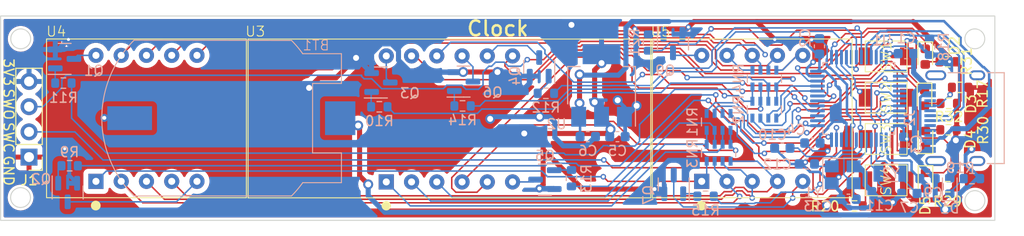
<source format=kicad_pcb>
(kicad_pcb (version 20221018) (generator pcbnew)
  (layers (0 "F.Cu" signal) (31 "B.Cu" signal) (34 "B.Paste" user) (35 "F.Paste" user) (36 "B.SilkS" user "B.Silkscreen") (37 "F.SilkS" user "F.Silkscreen") (38 "B.Mask" user) (39 "F.Mask" user) (44 "Edge.Cuts" user))
  (net 0 "")
  (net 1 "GND")
  (net 2 "/SWDIO")
  (net 3 "/SWCLK")
  (net 4 "+3V3")
  (net 5 "+5V")
  (net 6 "/OSC23K_IN")
  (net 7 "+BATT")
  (net 8 "/NRST")
  (net 9 "/OSC32K_IN_2")
  (net 10 "/D+")
  (net 11 "/BLUE_C")
  (net 12 "/OSC_IN_2")
  (net 13 "Net-(U1-PD0)")
  (net 14 "Net-(D2-A)")
  (net 15 "Net-(D3-A)")
  (net 16 "/MCU_D2")
  (net 18 "/D-")
  (net 19 "/BLUE_E")
  (net 22 "/BLUE_DP")
  (net 23 "/BLUE_D")
  (net 24 "/BLUE_G")
  (net 25 "/BLUE_F")
  (net 26 "/BLUE_A")
  (net 27 "/PWR_LED_K")
  (net 28 "/MCU_D1")
  (net 29 "Net-(D2-K)")
  (net 30 "/MCU_D3")
  (net 31 "Net-(D3-K)")
  (net 33 "/MCU_B")
  (net 34 "/MCU_C")
  (net 35 "/MCU_A")
  (net 36 "/MCU_D")
  (net 37 "/MCU_E")
  (net 38 "/MCU_F")
  (net 39 "/MCU_G")
  (net 40 "/MCU_DP")
  (net 41 "Net-(D4-K)")
  (net 42 "Net-(SW1-B)")
  (net 43 "Net-(SW2-B)")
  (net 44 "Net-(SW3-B)")
  (net 46 "/MCU_D4")
  (net 47 "/MCU_D5")
  (net 48 "/MCU_D6")
  (net 49 "/MCU_D7")
  (net 50 "/MCU_D8")
  (net 51 "Net-(Q1-B)")
  (net 52 "Net-(Q4-B)")
  (net 53 "Net-(Q7-B)")
  (net 54 "Net-(Q2-B)")
  (net 55 "Net-(Q3-B)")
  (net 56 "/D3")
  (net 57 "/D4")
  (net 58 "/D5")
  (net 59 "/D6")
  (net 60 "/D2")
  (net 61 "/D1")
  (net 62 "/D8")
  (net 63 "/D7")
  (net 64 "Net-(D4-A)")
  (net 65 "Net-(D5-K)")
  (net 66 "Net-(D5-A)")
  (net 67 "Net-(Q5-B)")
  (net 68 "Net-(Q6-B)")
  (net 69 "Net-(Q9-B)")
  (net 70 "/BOOT0")
  (net 71 "/YELL_DP")
  (net 72 "/YELL_G")
  (net 73 "/YELL_F")
  (net 74 "/YELL_E")
  (net 75 "/YELL_D")
  (net 76 "/YELL_C")
  (net 77 "/YELL_B")
  (net 78 "/YELL_A")
  (net 79 "/BLUE_B")
  (net 80 "Net-(J2-CC1)")
  (footprint "seven_segments:TS-1088-AR02016" (layer "F.Cu") (at 173.5836 97.307 180)
    (fp_text reference "SW3")
    (fp_text value "SW_SPST" hide)
  )
  (footprint "Resistor_SMD:R_0603_1608Metric" (layer "F.Cu") (at 179.7812 102.116 180)
    (fp_text reference "R29")
    (fp_text value "1k5")
  )
  (footprint "seven_segments:SLR0404DBA2BD" (layer "F.Cu") (at 123.3095 101.631757)
    (fp_text reference "U3")
    (fp_text value "~")
  )
  (footprint "LED_SMD:LED_0603_1608Metric" (layer "F.Cu") (at 177.546 97.287 90)
    (fp_text reference "D4")
    (fp_text value "GREEN" hide)
  )
  (footprint "LED_SMD:LED_0603_1608Metric" (layer "F.Cu") (at 177.4444 93.163 -90)
    (fp_text reference "D3")
    (fp_text value "GREEN")
  )
  (footprint "seven_segments:SLR0402DYA3BD" (layer "F.Cu") (at 155.0345 101.57398)
    (fp_text reference "U5")
    (fp_text value "~")
  )
  (footprint "seven_segments:TS-1088-AR02016" (layer "F.Cu") (at 173.5836 101.471 180)
    (fp_text reference "SW4")
    (fp_text value "SW_SPST" hide)
  )
  (footprint "Resistor_SMD:R_0603_1608Metric" (layer "F.Cu") (at 179.8574 96.376532 180)
    (fp_text reference "R30")
    (fp_text value "1k5")
  )
  (footprint "Resistor_SMD:R_0603_1608Metric" (layer "F.Cu") (at 179.7812 89.5176 180)
    (fp_text reference "R31")
    (fp_text value "1k5")
  )
  (footprint "seven_segments:TS-1088-AR02016" (layer "F.Cu") (at 173.5836 93.143 180)
    (fp_text reference "SW2")
    (fp_text value "SW_SPST" hide)
  )
  (footprint "LED_SMD:LED_0603_1608Metric" (layer "F.Cu") (at 177.546 101.491 -90)
    (fp_text reference "D5")
    (fp_text value "GREEN" hide)
  )
  (footprint "Resistor_SMD:R_0603_1608Metric" (layer "F.Cu") (at 170.41 104.05 180)
    (fp_text reference "R20")
    (fp_text value "5k1")
  )
  (footprint "Resistor_SMD:R_0603_1608Metric" (layer "F.Cu") (at 179.8828 93.717066 180)
    (fp_text reference "R32")
    (fp_text value "1k5")
  )
  (footprint "LED_SMD:LED_0603_1608Metric" (layer "F.Cu") (at 177.5206 88.999 -90)
    (fp_text reference "D2")
    (fp_text value "GREEN")
  )
  (footprint "Resistor_SMD:R_0603_1608Metric" (layer "F.Cu") (at 181.0258 92.1004)
    (fp_text reference "R17")
    (fp_text value "5k1")
  )
  (footprint "seven_segments:TS-1088-AR02016" (layer "F.Cu") (at 173.5836 88.979 180)
    (fp_text reference "SW1")
    (fp_text value "SW_SPST" hide)
  )
  (footprint "Connector_PinHeader_2.54mm:PinHeader_1x04_P2.54mm_Vertical" (layer "F.Cu") (at 87.376 99.1262 180)
    (fp_text reference "J1")
    (fp_text value "Conn_01x04_Pin")
  )
  (footprint "seven_segments:SLR0402DYA3BD" (layer "F.Cu") (at 94.107 101.57398)
    (fp_text reference "U4")
    (fp_text value "~")
  )
  (footprint "Capacitor_SMD:C_0603_1608Metric" (layer "B.Cu") (at 163.1442 98.2218)
    (fp_text reference "C10")
    (fp_text value "100n")
  )
  (footprint "Resistor_SMD:R_Array_Concave_4x0603" (layer "B.Cu") (at 156.7372 98.6926 90)
    (fp_text reference "RN3")
    (fp_text value "100R")
  )
  (footprint "Package_TO_SOT_SMD:SOT-23" (layer "B.Cu") (at 131.0894 91.5162)
    (fp_text reference "Q6")
    (fp_text value "Q_PNP_BEC")
  )
  (footprint "Resistor_SMD:R_0603_1608Metric" (layer "B.Cu") (at 177.9524 88.011 90)
    (fp_text reference "R18")
    (fp_text value "1k5")
  )
  (footprint "Resistor_SMD:R_0603_1608Metric" (layer "B.Cu") (at 182.2196 101.2952 180)
    (fp_text reference "R19")
    (fp_text value "1k5")
  )
  (footprint "Resistor_SMD:R_Array_Concave_4x0603" (layer "B.Cu") (at 156.731 95.5802 90)
    (fp_text reference "RN1")
    (fp_text value "40R")
  )
  (footprint "Connector_USB:USB_C_Receptacle_XKB_U262-16XN-4BVC11" (layer "B.Cu") (at 181.678 95.2012 -90)
    (fp_text reference "J2")
    (fp_text value "USB_C_Receptacle")
  )
  (footprint "Capacitor_SMD:C_0603_1608Metric" (layer "B.Cu") (at 177.7492 101.2952)
    (fp_text reference "C9")
    (fp_text value "100n")
  )
  (footprint "Capacitor_SMD:C_0603_1608Metric" (layer "B.Cu") (at 175.9204 102.7938)
    (fp_text reference "C7")
    (fp_text value "21p")
  )
  (footprint "Capacitor_SMD:C_0603_1608Metric" (layer "B.Cu") (at 169.799 103.378)
    (fp_text reference "C13")
    (fp_text value "36p")
  )
  (footprint "Capacitor_SMD:C_0603_1608Metric" (layer "B.Cu") (at 165.608 99.822)
    (fp_text reference "C12")
    (fp_text value "36p")
  )
  (footprint "Resistor_SMD:R_0603_1608Metric" (layer "B.Cu") (at 139.36 92.7)
    (fp_text reference "R12")
    (fp_text value "2k6")
  )
  (footprint "Package_TO_SOT_SMD:SOT-23" (layer "B.Cu") (at 138.69 90.03 90)
    (fp_text reference "Q4")
    (fp_text value "Q_PNP_BEC")
  )
  (footprint "Package_TO_SOT_SMD:SOT-23" (layer "B.Cu") (at 91.26 102.7 -90)
    (fp_text reference "Q2")
    (fp_text value "Q_PNP_BEC")
  )
  (footprint "Capacitor_SMD:C_0603_1608Metric" (layer "B.Cu") (at 172.9232 102.616)
    (fp_text reference "C11")
    (fp_text value "21p")
  )
  (footprint "Capacitor_SMD:C_0603_1608Metric" (layer "B.Cu") (at 146.5602 97.0662)
    (fp_text reference "C5")
    (fp_text value "22u")
  )
  (footprint "Resistor_SMD:R_0603_1608Metric" (layer "B.Cu") (at 90.8304 91.6686)
    (fp_text reference "R11")
    (fp_text value "2k6")
  )
  (footprint "Package_TO_SOT_SMD:SOT-23" (layer "B.Cu") (at 139.2659 101.3968 180)
    (fp_text reference "Q5")
    (fp_text value "Q_PNP_BEC")
  )
  (footprint "Resistor_SMD:R_Array_Concave_4x0603" (layer "B.Cu") (at 161.341 91.2114 -90)
    (fp_text reference "RN4")
    (fp_text value "100R")
  )
  (footprint "Resistor_SMD:R_0603_1608Metric" (layer "B.Cu") (at 141.9352 101.2566 -90)
    (fp_text reference "R13")
    (fp_text value "2k6")
  )
  (footprint "Capacitor_SMD:C_0603_1608Metric" (layer "B.Cu") (at 166.1668 97.7138 180)
    (fp_text reference "C4")
    (fp_text value "100n")
  )
  (footprint "Package_TO_SOT_SMD:SOT-23" (layer "B.Cu") (at 152.2222 101.8794 90)
    (fp_text reference "Q7")
    (fp_text value "Q_PNP_BEC")
  )
  (footprint "Package_TO_SOT_SMD:SOT-23" (layer "B.Cu") (at 152.146 87.6808 -90)
    (fp_text reference "Q9")
    (fp_text value "Q_PNP_BEC")
  )
  (footprint "Resistor_SMD:R_0603_1608Metric" (layer "B.Cu") (at 155.4226 103.0732)
    (fp_text reference "R15")
    (fp_text value "2k6")
  )
  (footprint "Capacitor_SMD:C_0603_1608Metric" (layer "B.Cu") (at 166.878 87.9602 90)
    (fp_text reference "C2")
    (fp_text value "100n")
  )
  (footprint "Capacitor_SMD:C_0603_1608Metric" (layer "B.Cu") (at 143.5754 97.0662)
    (fp_text reference "C6")
    (fp_text value "22u")
  )
  (footprint "seven_segments:Q&J BS-8-1" (layer "B.Cu") (at 105.846249 95.2068 -90)
    (fp_text reference "BT1")
    (fp_text value "Battery_Cell")
  )
  (footprint "Resistor_SMD:R_0603_1608Metric" (layer "B.Cu") (at 149.6822 87.5792 -90)
    (fp_text reference "R21")
    (fp_text value "2k6")
  )
  (footprint "Resistor_SMD:R_0603_1608Metric" (layer "B.Cu") (at 122.61 94.06)
    (fp_text reference "R10")
    (fp_text value "2k6")
  )
  (footprint "Package_TO_SOT_SMD:SOT-23" (layer "B.Cu") (at 122.77 91.61)
    (fp_text reference "Q3")
    (fp_text value "Q_PNP_BEC")
  )
  (footprint "Capacitor_SMD:C_0603_1608Metric" (layer "B.Cu") (at 175.5778 88.6968)
    (fp_text reference "C1")
    (fp_text value "100n")
  )
  (footprint "Package_QFP:LQFP-48_7x7mm_P0.5mm" (layer "B.Cu") (at 170.8404 93.218 90)
    (fp_text reference "U1")
    (fp_text value "STM32F103C8T6")
  )
  (footprint "Package_TO_SOT_SMD:SOT-223-3_TabPin2" (layer "B.Cu") (at 144.96 91.91 90)
    (fp_text reference "U2")
    (fp_text value "AMS1117-3.3")
  )
  (footprint "Resistor_SMD:R_0603_1608Metric" (layer "B.Cu") (at 91.46 100)
    (fp_text reference "R9")
    (fp_text value "2k6")
  )
  (footprint "Resistor_SMD:R_Array_Concave_4x0603" (layer "B.Cu") (at 161.3346 94.3474 -90)
    (fp_text reference "RN2")
    (fp_text value "40R")
  )
  (footprint "Package_TO_SOT_SMD:SOT-23" (layer "B.Cu") (at 90.9574 89.2302)
    (fp_text reference "Q1")
    (fp_text value "Q_PNP_BEC")
  )
  (footprint "LED_SMD:LED_0603_1608Metric" (layer "B.Cu") (at 179.9844 102.0318 90)
    (fp_text reference "D1")
    (fp_text value "RED")
  )
  (footprint "Crystal:Crystal_SMD_3215-2Pin_3.2x1.5mm" (layer "B.Cu") (at 174.0662 100.711 180)
    (fp_text reference "Y2")
    (fp_text value "Crystal")
  )
  (footprint "Resistor_SMD:R_0603_1608Metric" (layer "B.Cu") (at 130.98 93.97)
    (fp_text reference "R14")
    (fp_text value "2k6")
  )
  (footprint "Crystal:Crystal_SMD_3225-4Pin_3.2x2.5mm" (layer "B.Cu") (at 169.2148 100.9142)
    (fp_text reference "Y1")
    (fp_text value "Crystal_GND24")
  )
  (footprint "Capacitor_SMD:C_0603_1608Metric" (layer "B.Cu") (at 175.3616 97.8662 -90)
    (fp_text reference "C3")
    (fp_text value "100n")
  )
  (gr_circle locked (center 182.5056 87.2076) (end 183.5056 87.2076) (stroke (width 0.1)) (fill none) (layer "Edge.Cuts"))
  (gr_rect locked (start 84.5184 84.9068) (end 184.5184 105.5068) (stroke (width 0.1)) (fill none) (layer "Edge.Cuts"))
  (gr_circle locked (center 182.515 103.5116) (end 183.515 103.5116) (stroke (width 0.1)) (fill none) (layer "Edge.Cuts"))
  (gr_circle locked (center 86.5218 103.2068) (end 87.5218 103.2068) (stroke (width 0.1)) (fill none) (layer "Edge.Cuts"))
  (gr_circle locked (center 86.5378 87.2076) (end 87.5378 87.2076) (stroke (width 0.1)) (fill none) (layer "Edge.Cuts"))
  (gr_text "GND" (at 84.7344 98.8822 270) (layer "F.SilkS") (effects (font (size 1 1)) (justify left bottom)))
  (gr_text "3V3" (at 84.7344 89.1032 270) (layer "F.SilkS") (effects (font (size 1 1)) (justify left bottom)))
  (gr_text "SWC" (at 84.7344 95.504 270) (layer "F.SilkS") (effects (font (size 1 1)) (justify left bottom)))
  (gr_text "SWO" (at 84.7344 92.1258 270) (layer "F.SilkS") (effects (font (size 1 1)) (justify left bottom)))
  (gr_text "Clock" (at 131.284472 87.0458) (layer "F.SilkS") (effects (font (size 1.5 1.5) (thickness 0.25)) (justify left bottom)))
  (segment (start 167.6908 98.5151) (end 166.5827 98.5151) (width 0.1524) (layer "F.Cu") (net 1))
  (segment (start 166.243 87.4522) (end 166.0906 87.2998) (width 0.1524) (layer "F.Cu") (net 1))
  (segment (start 166.2835 89.515343) (end 166.2835 87.4927) (width 0.254) (layer "F.Cu") (net 1))
  (segment (start 167.636596 103.983542) (end 169.518542 103.983542) (width 0.508) (layer "F.Cu") (net 1))
  (segment (start 182.1688 98.3234) (end 182.1688 92.4184) (width 0.508) (layer "F.Cu") (net 1))
  (segment (start 170.1669 95.996) (end 170.2308 95.9321) (width 0.254) (layer "F.Cu") (net 1))
  (segment (start 174.2629 103.6763) (end 174.9806 104.394) (width 0.508) (layer "F.Cu") (net 1))
  (segment (start 182.1688 92.4184) (end 181.8508 92.1004) (width 0.508) (layer "F.Cu") (net 1))
  (segment (start 169.518542 103.983542) (end 169.585 104.05) (width 0.508) (layer "F.Cu") (net 1))
  (segment (start 169.368 104.267) (end 169.585 104.05) (width 0.508) (layer "F.Cu") (net 1))
  (segment (start 170.1669 99.789794) (end 170.1669 95.996) (width 0.254) (layer "F.Cu") (net 1))
  (segment (start 168.812992 101.143702) (end 170.1669 99.789794) (width 0.254) (layer "F.Cu") (net 1))
  (segment (start 174.9806 104.394) (end 179.5272 104.394) (width 0.508) (layer "F.Cu") (net 1))
  (segment (start 166.243 89.555843) (end 166.2835 89.515343) (width 0.254) (layer "F.Cu") (net 1))
  (segment (start 166.2835 87.4927) (end 166.0906 87.2998) (width 0.254) (layer "F.Cu") (net 1))
  (segment (start 166.5827 98.5151) (end 165.4535 99.6443) (width 0.1524) (layer "F.Cu") (net 1))
  (segment (start 169.585 104.05) (end 169.4318 104.05) (width 0.381) (layer "F.Cu") (net 1))
  (via (at 166.0906 87.2998) (size 0.56) (drill 0.3) (layers "F.Cu" "B.Cu") (net 1))
  (via (at 179.5272 104.394) (size 1) (drill 0.6) (layers "F.Cu" "B.Cu") (net 1))
  (via (at 167.636596 103.983542) (size 1) (drill 0.6) (layers "F.Cu" "B.Cu") (net 1))
  (via (at 133.7564 95.2754) (size 1) (drill 0.6) (layers "F.Cu" "B.Cu") (net 1))
  (via (at 146.5834 93.3958) (size 1) (drill 0.6) (layers "F.Cu" "B.Cu") (net 1))
  (via (at 148.4884 93.9546) (size 1) (drill 0.6) (layers "F.Cu" "B.Cu") (net 1))
  (via (at 94.9452 95.1738) (size 0.8) (drill 0.4) (layers "F.Cu" "B.Cu") (net 1))
  (via (at 168.812992 101.143702) (size 0.56) (drill 0.3) (layers "F.Cu" "B.Cu") (net 1))
  (via (at 182.1688 98.3234) (size 0.8) (drill 0.4) (layers "F.Cu" "B.Cu") (net 1))
  (via (at 170.2308 95.9321) (size 0.56) (drill 0.3) (layers "F.Cu" "B.Cu") (net 1))
  (via (at 167.6908 98.5151) (size 0.56) (drill 0.3) (layers "F.Cu" "B.Cu") (net 1))
  (via (at 165.4535 99.6443) (size 0.56) (drill 0.3) (layers "F.Cu" "B.Cu") (net 1))
  (via (at 138.7348 95.0605) (size 1) (drill 0.6) (layers "F.Cu" "B.Cu") (net 1))
  (via (at 166.243 89.555843) (size 0.56) (drill 0.3) (layers "F.Cu" "B.Cu") (net 1))
  (via (at 174.2629 103.6763) (size 0.8) (drill 0.4) (layers "F.Cu" "B.Cu") (net 1))
  (segment (start 166.6779 90.968) (end 165.871886 90.968) (width 0.254) (layer "B.Cu") (net 1))
  (segment (start 94.9452 95.1738) (end 97.463249 95.1738) (width 0.508) (layer "B.Cu") (net 1))
  (segment (start 97.463249 95.1738) (end 97.496249 95.2068) (width 0.508) (layer "B.Cu") (net 1))
  (segment (start 175.9328 98.6412) (end 175.3616 98.6412) (width 0.508) (layer "B.Cu") (net 1))
  (segment (start 167.650924 89.217922) (end 167.650924 87.958124) (width 0.1524) (layer "B.Cu") (net 1))
  (segment (start 177.3786 92.121) (end 177.3428 92.1568) (width 0.254) (layer "B.Cu") (net 1))
  (segment (start 178.0255 98.401) (end 177.6005 98.401) (width 0.381) (layer "B.Cu") (net 1))
  (segment (start 166.0906 87.2998) (end 166.7634 87.2998) (width 0.381) (layer "B.Cu") (net 1))
  (segment (start 147.26 94.0724) (end 146.5834 93.3958) (width 0.381) (layer "B.Cu") (net 1))
  (segment (start 172.1482 103.149248) (end 172.1482 102.616) (width 0.381) (layer "B.Cu") (net 1))
  (segment (start 178.0255 91.8568) (end 177.2008 91.8568) (width 0.508) (layer "B.Cu") (net 1))
  (segment (start 173.413052 103.6763) (end 174.2629 103.6763) (width 0.381) (layer "B.Cu") (net 1))
  (segment (start 170.0904 96.0725) (end 170.0904 97.3805) (width 0.254) (layer "B.Cu") (net 1))
  (segment (start 141.099 97.9952) (end 143.4214 97.9952) (width 0.508) (layer "B.Cu") (net 1))
  (segment (start 138.7348 95.0605) (end 139.7137 95.0605) (width 0.508) (layer "B.Cu") (net 1))
  (segment (start 176.7332 99.2683) (end 176.7332 99.5042) (width 0.381) (layer "B.Cu") (net 1))
  (segment (start 176.3528 90.6018) (end 176.3528 90.7548) (width 0.254) (layer "B.Cu") (net 1))
  (segment (start 180.95054 103.5116) (end 180.06814 104.394) (width 0.508) (layer "B.Cu") (net 1))
  (segment (start 176.4284 98.1456) (end 175.9328 98.6412) (width 0.508) (layer "B.Cu") (net 1))
  (segment (start 176.4284 93.0148) (end 176.4284 96.3676) (width 0.254) (layer "B.Cu") (net 1))
  (segment (start 176.1061 98.6412) (end 175.3616 98.6412) (width 0.381) (layer "B.Cu") (net 1))
  (segment (start 174.2629 103.6763) (end 173.2085 103.6763) (width 0.508) (layer "B.Cu") (net 1))
  (segment (start 177.3428 92.1568) (end 178.0255 92.1568) (width 0.254) (layer "B.Cu") (net 1))
  (segment (start 169.6466 94.75341) (end 169.6466 91.821) (width 0.254) (layer "B.Cu") (net 1))
  (segment (start 174.370196 87.9456) (end 175.6016 87.9456) (width 0.1524) (layer "B.Cu") (net 1))
  (segment (start 176.3528 90.831) (end 177.3786 91.8568) (width 0.254) (layer "B.Cu") (net 1))
  (segment (start 170.8228 100.0642) (end 170.3148 100.0642) (width 0.508) (layer "B.Cu") (net 1))
  (segment (start 169.024 103.378) (end 169.8895 104.2435) (width 0.508) (layer "B.Cu") (net 1))
  (segment (start 178.0255 91.8568) (end 177.6005 91.8568) (width 0.508) (layer "B.Cu") (net 1))
  (segment (start 181.58 99.895657) (end 181.58 98.9122) (width 0.381) (layer "B.Cu") (net 1))
  (segment (start 170.2308 95.33761) (end 169.6466 94.75341) (width 0.254) (layer "B.Cu") (net 1))
  (segment (start 165.929354 100.624) (end 165.127354 99.822) (width 0.254) (layer "B.Cu") (net 1))
  (segment (start 172.1482 103.9276) (end 171.831 104.2448) (width 0.508) (layer "B.Cu") (net 1))
  (segment (start 167.848886 90.12) (end 167.6134 89.884514) (width 0.254) (layer "B.Cu") (net 1))
  (segment (start 173.399096 88.011) (end 174.304796 88.011) (width 0.1524) (layer "B.Cu") (net 1))
  (segment (start 176.3528 90.6018) (end 176.3528 90.831) (width 0.254) (layer "B.Cu") (net 1))
  (segment (start 167.9456 90.12) (end 167.848886 90.12) (width 0.254) (layer "B.Cu") (net 1))
  (segment (start 176.4284 92.6292) (end 176.4284 97.5744) (width 0.508) (layer "B.Cu") (net 1))
  (segment (start 175.6016 87.9456) (end 176.3528 88.6968) (width 0.1524) (layer "B.Cu") (net 1))
  (segment (start 170.2308 95.9321) (end 170.0904 96.0725) (width 0.254) (layer "B.Cu") (net 1))
  (segment (start 177.3786 91.8568) (end 177.3786 92.121) (width 0.254) (layer "B.Cu") (net 1))
  (segment (start 180.06814 104.394) (end 179.5272 104.394) (width 0.508) (layer "B.Cu") (net 1))
  (segment (start 147.3352 95.1352) (end 147.26 95.06) (width 0.381) (layer "B.Cu") (net 1))
  (segment (start 173.2085 103.6763) (end 172.1482 102.616) (width 0.508) (layer "B.Cu") (net 1))
  (segment (start 174.2629 103.6763) (end 175.1454 102.7938) (width 0.508) (layer "B.Cu") (net 1))
  (segment (start 181.58 98.9122) (end 182.1688 98.3234) (width 0.381) (layer "B.Cu") (net 1))
  (segment (start 171.4688 100.7102) (end 170.8228 100.0642) (width 0.508) (layer "B.Cu") (net 1))
  (segment (start 165.871886 90.968) (end 165.6134 90.709514) (width 0.254) (layer "B.Cu") (net 1))
  (segment (start 178.5242 103.391) (end 178.5242 101.2952) (width 0.508) (layer "B.Cu") (net 1))
  (segment (start 174.304796 88.011) (end 174.370196 87.9456) (width 0.1524) (layer "B.Cu") (net 1))
  (segment (start 176.4284 92.877047) (end 177.148647 92.1568) (width 0.254) (layer "B.Cu") (net 1))
  (segment (start 176.4284 96.3676) (end 176.4284 97.5744) (width 0.254) (layer "B.Cu") (net 1))
  (segment (start 163.9694 99.822) (end 164.833 99.822) (width 0.254) (layer "B.Cu") (net 1))
  (segment (start 180.95054 103.5116) (end 180.95054 102.85826) (width 0.508) (layer "B.Cu") (net 1))
  (segment (start 173.0904 88.319696) (end 173.399096 88.011) (width 0.1524) (layer "B.Cu") (net 1))
  (segment (start 176.4284 92.8731) (end 176.4284 93.0148) (width 0.254) (layer "B.Cu") (net 1))
  (segment (start 168.0148 101.7642) (end 166.8746 100.624) (width 0.254) (layer "B.Cu") (net 1))
  (segment (start 183.0446 101.2952) (end 182.1667 100.4173) (width 0.381) (layer "B.Cu") (net 1))
  (segment (start 165.4535 99.6443) (end 165.0107 99.6443) (width 0.1524) (layer "B.Cu") (net 1))
  (segment (start 176.4284 97.5744) (end 176.4284 98.1456) (width 0.508) (layer "B.Cu") (net 1))
  (segment (start 147.26 95.06) (end 147.383 95.06) (width 0.508) (layer "B.Cu") (net 1))
  (segment (start 169.8895 104.2435) (end 170.004249 104.2435) (width 0.508) (layer "B.Cu") (net 1))
  (segment (start 133.9713 95.0605) (end 133.7564 95.2754) (width 0.508) (layer "B.Cu") (net 1))
  (segment (start 177.0865 99.747642) (end 177.0865 99.92196) (width 0.508) (layer "B.Cu") (net 1))
  (segment (start 173.0904 89.0555) (end 173.0904 88.319696) (width 0.1524) (layer "B.Cu") (net 1))
  (segment (start 165.0107 99.6443) (end 164.833 99.822) (width 0.1524) (layer "B.Cu") (net 1))
  (segment (start 182.101643 100.4173) (end 181.58 99.895657) (width 0.381) (layer "B.Cu") (net 1))
  (segment (start 172.1482 102.616) (end 172.1482 103.9276) (width 0.508) (layer "B.Cu") (net 1))
  (segment (start 143.4214 97.9952) (end 144.3504 97.0662) (width 0.508) (layer "B.Cu") (net 1))
  (segment (start 180.95054 102.85826) (end 181.5846 102.2242) (width 0.508) (layer "B.Cu") (net 1))
  (segment (start 177.3786 91.8568) (end 178.0255 91.8568) (width 0.254) (layer "B.Cu") (net 1))
  (segment (start 162.3692 98.2218) (end 163.9694 99.822) (width 0.254) (layer "B.Cu") (net 1))
  (segment (start 147.3352 97.0662) (end 147.3352 95.1352) (width 0.381) (layer "B.Cu") (net 1))
  (segment (start 177.4447 98.5568) (end 178.0255 98.5568) (width 0.508) (layer "B.Cu") (net 1))
  (segment (start 165.3918 97.7138) (end 166.1931 98.5151) (width 0.1524) (layer "B.Cu") (net 1))
  (segment (start 147.383 95.06) (end 148.4884 93.9546) (width 0.508) (layer "B.Cu") (net 1))
  (segment (start 181.800866 102.199027) (end 181.749548 102.2242) (width 0.381) (layer "B.Cu") (net 1))
  (segment (start 172.886 103.149248) (end 173.413052 103.6763) (width 0.381) (layer "B.Cu") (net 1))
  (segment (start 172.1482 102.616) (end 171.4688 101.9366) (width 0.508) (layer "B.Cu") (net 1))
  (segment (start 170.2308 95.9321) (end 170.2308 95.33761) (width 0.254) (layer "B.Cu") (net 1))
  (segment (start 176.4284 93.0148) (end 176.4284 92.877047) (width 0.254) (layer "B.Cu") (net 1))
  (segment (start 168.735298 101.143702) (end 168.1148 101.7642) (width 0.254) (layer "B.Cu") (net 1))
  (segment (start 167.650924 87.958124) (end 166.878 87.1852) (width 0.1524) (layer "B.Cu") (net 1))
  (segment (start 140.2588 95.6056) (end 140.2588 97.155) (width 0.508) (layer "B.Cu") (net 1))
  (segment (start 169.024 102.6734) (end 168.1148 101.7642) (width 0.381) (layer "B.Cu") (net 1))
  (segment (start 166.1931 98.5151) (end 167.6908 98.5151) (width 0.1524) (layer "B.Cu") (net 1))
  (segment (start 167.6134 89.884514) (end 167.6134 89.255446) (width 0.254) (layer "B.Cu") (net 1))
  (segment (start 176.7332 99.5042) (end 178.5242 101.2952) (width 0.381) (layer "B.Cu") (net 1))
  (segment (start 168.242138 103.378) (end 169.024 103.378) (width 0.508) (layer "B.Cu") (net 1))
  (segment (start 165.127354 99.822) (end 164.833 99.822) (width 0.254) (layer "B.Cu") (net 1))
  (segment (start 177.0865 99.92196) (end 178.45974 101.2952) (width 0.508) (layer "B.Cu") (net 1))
  (segment (start 177.148647 92.1568) (end 177.3428 92.1568) (width 0.254) (layer "B.Cu") (net 1))
  (segment (start 177.2008 91.8568) (end 176.4284 92.6292) (width 0.508) (layer "B.Cu") (net 1))
  (segment (start 175.980058 98.6412) (end 177.0865 99.747642) (width 0.508) (layer "B.Cu") (net 1))
  (segment (start 175.3616 98.6412) (end 175.980058 98.6412) (width 0.508) (layer "B.Cu") (net 1))
  (segment (start 169.6466 91.821) (end 167.9456 90.12) (width 0.254) (layer "B.Cu") (net 1))
  (segment (start 167.956 101.7642) (end 168.1148 101.7642) (width 0.254) (layer "B.Cu") (net 1))
  (segment (start 167.636596 103.983542) (end 168.242138 103.378) (width 0.508) (layer "B.Cu") (net 1))
  (segment (start 171.4688 101.9366) (end 171.4688 100.7102) (width 0.508) (layer "B.Cu") (net 1))
  (segment (start 170.004249 104.2435) (end 171.141151 104.2435) (width 0.381) (layer "B.Cu") (net 1))
  (segment (start 166.8746 100.624) (end 165.929354 100.624) (width 0.254) (layer "B.Cu") (net 1))
  (segment (start 176.7332 99.2683) (end 176.1061 98.6412) (width 0.381) (layer "B.Cu") (net 1))
  (segment (start 166.7634 87.2998) (end 166.878 87.1852) (width 0.1524) (layer "B.Cu") (net 1))
  (segment (start 139.7137 95.0605) (end 140.2588 95.6056) (width 0.508) (layer "B.Cu") (net 1))
  (segment (start 176.4284 96.087486) (end 176.4284 96.3676) (width 0.254) (layer "B.Cu") (net 1))
  (segment (start 167.6134 89.255446) (end 167.650924 89.217922) (width 0.1524) (layer "B.Cu") (net 1))
  (segment (start 175.808914 95.468) (end 176.4284 96.087486) (width 0.254) (layer "B.Cu") (net 1))
  (segment (start 169.024 103.378) (end 169.024 102.6734) (width 0.381) (layer "B.Cu") (net 1))
  (segment (start 171.831 104.2448) (end 171.142451 104.2448) (width 0.508) (layer "B.Cu") (net 1))
  (segment (start 176.7332 99.2683) (end 177.4447 98.5568) (width 0.508) (layer "B.Cu") (net 1))
  (segment (start 140.2588 97.155) (end 141.099 97.9952) (width 0.508) (layer "B.Cu") (net 1))
  (segment (start 182.704693 101.2952) (end 181.800866 102.199027) (width 0.381) (layer "B.Cu") (net 1))
  (segment (start 172.1482 103.149248) (end 172.886 103.149248) (width 0.381) (layer "B.Cu") (net 1))
  (segment (start 177.6005 98.401) (end 176.7332 99.2683) (width 0.381) (layer "B.Cu") (net 1))
  (segment (start 177.6005 91.8568) (end 176.3528 90.6091) (width 0.508) (layer "B.Cu") (net 1))
  (segment (start 147.26 95.06) (end 147.26 94.0724) (width 0.381) (layer "B.Cu") (net 1))
  (segment (start 138.7348 95.0605) (end 133.9713 95.0605) (width 0.508) (layer "B.Cu") (net 1))
  (segment (start 179.5272 104.394) (end 178.5242 103.391) (width 0.508) (layer "B.Cu") (net 1))
  (segment (start 168.812992 101.143702) (end 168.735298 101.143702) (width 0.254) (layer "B.Cu") (net 1))
  (segment (start 182.1667 100.4173) (end 182.101643 100.4173) (width 0.381) (layer "B.Cu") (net 1))
  (segment (start 171.141151 104.2435) (end 171.142451 104.2448) (width 0.381) (layer "B.Cu") (net 1))
  (segment (start 175.0029 95.468) (end 175.808914 95.468) (width 0.254) (layer "B.Cu") (net 1))
  (segment (start 165.6134 90.185443) (end 166.243 89.555843) (width 0.254) (layer "B.Cu") (net 1))
  (segment (start 168.1148 101.7642) (end 168.0148 101.7642) (width 0.254) (layer "B.Cu") (net 1))
  (segment (start 176.3528 88.6968) (end 176.3528 90.6018) (width 0.254) (layer "B.Cu") (net 1))
  (segment (start 176.3528 90.6091) (end 176.3528 88.6968) (width 0.508) (layer "B.Cu") (net 1))
  (segment (start 183.0446 101.2952) (end 182.704693 101.2952) (width 0.381) (layer "B.Cu") (net 1))
  (segment (start 165.6134 90.709514) (end 165.6134 90.185443) (width 0.254) (layer "B.Cu") (net 1))
  (segment (start 178.45974 101.2952) (end 178.5242 101.2952) (width 0.508) (layer "B.Cu") (net 1))
  (segment (start 181.749548 102.2242) (end 181.5846 102.2242) (width 0.381) (layer "B.Cu") (net 1))
  (segment (start 142.840586 87.987) (end 140.4387 87.987) (width 0.1524) (layer "F.Cu") (net 2))
  (segment (start 140.4387 87.987) (end 139.1193 89.3064) (width 0.1524) (layer "F.Cu") (net 2))
  (segment (start 143.007186 87.8204) (end 142.840586 87.987) (width 0.1524) (layer "F.Cu") (net 2))
  (segment (start 169.868223 87.8028) (end 166.964823 90.7062) (width 0.1524) (layer "F.Cu") (net 2))
  (segment (start 173.98992 87.4553) (end 173.64242 87.8028) (width 0.1524) (layer "F.Cu") (net 2))
  (segment (start 147.496342 88.1765) (end 147.140242 87.8204) (width 0.1524) (layer "F.Cu") (net 2))
  (segment (start 173.64242 87.8028) (end 169.868223 87.8028) (width 0.1524) (layer "F.Cu") (net 2))
  (segment (start 166.964823 90.7062) (end 155.398483 90.7062) (width 0.1524) (layer "F.Cu") (net 2))
  (segment (start 155.398483 90.7062) (end 152.868784 88.1765) (width 0.1524) (layer "F.Cu") (net 2))
  (segment (start 147.140242 87.8204) (end 143.007186 87.8204) (width 0.1524) (layer "F.Cu") (net 2))
  (segment (start 152.868784 88.1765) (end 147.496342 88.1765) (width 0.1524) (layer "F.Cu") (net 2))
  (segment (start 139.1193 89.3064) (end 137.4902 89.3064) (width 0.1524) (layer "F.Cu") (net 2))
  (via (at 173.98992 87.4553) (size 0.56) (drill 0.3) (layers "F.Cu" "B.Cu") (net 2))
  (via (at 137.4902 89.3064) (size 0.56) (drill 0.3) (layers "F.Cu" "B.Cu") (net 2))
  (segment (start 90.6816 92.140848) (end 90.6816 91.3348) (width 0.1524) (layer "B.Cu") (net 2))
  (segment (start 121.068462 91.2362) (end 121.848938 91.2362) (width 0.1524) (layer "B.Cu") (net 2))
  (segment (start 173.456428 87.4553) (end 172.5904 88.321328) (width 0.1524) (layer "B.Cu") (net 2))
  (segment (start 129.0444 92.233462) (end 129.387862 91.89) (width 0.1524) (layer "B.Cu") (net 2))
  (segment (start 90.6816 91.3348) (end 91.1352 90.8812) (width 0.1524) (layer "B.Cu") (net 2))
  (segment (start 121.848938 91.2362) (end 122.8462 92.233462) (width 0.1524) (layer "B.Cu") (net 2))
  (segment (start 129.387862 91.89) (end 130.915938 91.89) (width 0.1524) (layer "B.Cu") (net 2))
  (segment (start 88.776248 94.0462) (end 90.6816 92.140848) (width 0.1524) (layer "B.Cu") (net 2))
  (segment (start 135.579463 89.969957) (end 136.826643 89.969957) (width 0.1524) (layer "B.Cu") (net 2))
  (segment (start 173.98992 87.4553) (end 173.456428 87.4553) (width 0.1524) (layer "B.Cu") (net 2))
  (segment (start 130.915938 91.89) (end 131.315938 92.29) (width 0.1524) (layer "B.Cu") (net 2))
  (segment (start 136.826643 89.969957) (end 137.4902 89.3064) (width 0.1524) (layer "B.Cu") (net 2))
  (segment (start 120.8188 90.8812) (end 120.8188 90.986538) (width 0.1524) (layer "B.Cu") (net 2))
  (segment (start 133.899537 89.969957) (end 134.309094 89.5604) (width 0.1524) (layer "B.Cu") (net 2))
  (segment (start 172.5904 88.321328) (end 172.5904 89.0555) (width 0.1524) (layer "B.Cu") (net 2))
  (segment (start 135.169906 89.5604) (end 135.579463 89.969957) (width 0.1524) (layer "B.Cu") (net 2))
  (segment (start 87.376 94.0462) (end 88.776248 94.0462) (width 0.1524) (layer "B.Cu") (net 2))
  (segment (start 131.315938 92.29) (end 132.593338 92.29) (width 0.1524) (layer "B.Cu") (net 2))
  (segment (start 133.626243 89.969957) (end 133.899537 89.969957) (width 0.1524) (layer "B.Cu") (net 2))
  (segment (start 120.8188 90.986538) (end 121.068462 91.2362) (width 0.1524) (layer "B.Cu") (net 2))
  (segment (start 133.0406 91.842738) (end 133.0406 90.5556) (width 0.1524) (layer "B.Cu") (net 2))
  (segment (start 91.1352 90.8812) (end 120.8188 90.8812) (width 0.1524) (layer "B.Cu") (net 2))
  (segment (start 132.593338 92.29) (end 133.0406 91.842738) (width 0.1524) (layer "B.Cu") (net 2))
  (segment (start 133.0406 90.5556) (end 133.626243 89.969957) (width 0.1524) (layer "B.Cu") (net 2))
  (segment (start 134.309094 89.5604) (end 135.169906 89.5604) (width 0.1524) (layer "B.Cu") (net 2))
  (segment (start 122.8462 92.233462) (end 129.0444 92.233462) (width 0.1524) (layer "B.Cu") (net 2))
  (segment (start 145.1864 99.4156) (end 145.2626 99.4156) (width 0.1524) (layer "F.Cu") (net 3))
  (segment (start 145.2626 99.4156) (end 146.047 100.2) (width 0.1524) (layer "F.Cu") (net 3))
  (segment (start 167.767 102.3366) (end 168.6064 102.3366) (width 0.1524) (layer "F.Cu") (net 3))
  (segment (start 165.646229 100.2) (end 166.2327 100.786471) (width 0.1524) (layer "F.Cu") (net 3))
  (segment (start 172.466 98.477) (end 172.466 96.034707) (width 0.1524) (layer "F.Cu") (net 3))
  (segment (start 166.2327 100.786471) (end 166.2327 102.5803) (width 0.1524) (layer "F.Cu") (net 3))
  (segment (start 168.6064 102.3366) (end 172.466 98.477) (width 0.1524) (layer "F.Cu") (net 3))
  (segment (start 167.2336 102.87) (end 167.767 102.3366) (width 0.1524) (layer "F.Cu") (net 3))
  (segment (start 172.466 96.034707) (end 172.47472 96.025987) (width 0.1524) (layer "F.Cu") (net 3))
  (segment (start 146.047 100.2) (end 165.646229 100.2) (width 0.1524) (layer "F.Cu") (net 3))
  (segment (start 166.5224 102.87) (end 167.2336 102.87) (width 0.1524) (layer "F.Cu") (net 3))
  (segment (start 166.2327 102.5803) (end 166.5224 102.87) (width 0.1524) (layer "F.Cu") (net 3))
  (via (at 145.1864 99.4156) (size 0.56) (drill 0.3) (layers "F.Cu" "B.Cu") (net 3))
  (via (at 172.47472 96.025987) (size 0.56) (drill 0.3) (layers "F.Cu" "B.Cu") (net 3))
  (segment (start 172.085 91.788414) (end 172.085 95.123) (width 0.1524) (layer "B.Cu") (net 3))
  (segment (start 145.1864 99.4156) (end 142.566017 99.4156) (width 0.1524) (layer "B.Cu") (net 3))
  (segment (start 175.0029 90.468) (end 174.9344 90.3995) (width 0.1524) (layer "B.Cu") (net 3))
  (segment (start 173.473914 90.3995) (end 172.085 91.788414) (width 0.1524) (layer "B.Cu") (net 3))
  (segment (start 139.408593 99.403) (end 139.395993 99.4156) (width 0.1524) (layer "B.Cu") (net 3))
  (segment (start 139.395993 99.4156) (end 94.8182 99.4156) (width 0.1524) (layer "B.Cu") (net 3))
  (segment (start 94.8182 99.4156) (end 91.9888 96.5862) (width 0.1524) (layer "B.Cu") (net 3))
  (segment (start 142.566017 99.4156) (end 142.553417 99.403) (width 0.1524) (layer "B.Cu") (net 3))
  (segment (start 172.085 95.123) (end 172.47472 95.51272) (width 0.1524) (layer "B.Cu") (net 3))
  (segment (start 172.47472 95.51272) (end 172.47472 96.025987) (width 0.1524) (layer "B.Cu") (net 3))
  (segment (start 142.553417 99.403) (end 139.408593 99.403) (width 0.1524) (layer "B.Cu") (net 3))
  (segment (start 174.9344 90.3995) (end 173.473914 90.3995) (width 0.1524) (layer "B.Cu") (net 3))
  (segment (start 91.9888 96.5862) (end 87.376 96.5862) (width 0.1524) (layer "B.Cu") (net 3))
  (segment (start 179.959 89.5096) (end 179.959 89.120504) (width 0.508) (layer "F.Cu") (net 4))
  (segment (start 160.568471 85.466351) (end 154.258849 85.466351) (width 0.508) (layer "F.Cu") (net 4))
  (segment (start 147.8062 85.7063) (end 148.3106 86.2107) (width 0.508) (layer "F.Cu") (net 4))
  (segment (start 180.594 96.464932) (end 180.6824 96.376532) (width 0.508) (layer "F.Cu") (net 4))
  (segment (start 120.269 89.1286) (end 118.2557 91.1419) (width 0.508) (layer "F.Cu") (net 4))
  (segment (start 175.6586 87.440513) (end 175.6586 88.979) (width 0.381) (layer "F.Cu") (net 4))
  (segment (start 179.2822 103.44) (end 176.2196 103.44) (width 0.508) (layer "F.Cu") (net 4))
  (segment (start 175.6586 88.979) (end 174.2313 88.979) (width 0.381) (layer "F.Cu") (net 4))
  (segment (start 174.1932 96.3518) (end 174.1932 100.0056) (width 0.254) (layer "F.Cu") (net 4))
  (segment (start 179.959 89.120504) (end 176.299296 85.4608) (width 0.508) (layer "F.Cu") (net 4))
  (segment (start 179.959 89.5096) (end 179.967 89.5176) (width 0.381) (layer "F.Cu") (net 4))
  (segment (start 148.3106 86.2107) (end 153.5145 86.2107) (width 0.508) (layer "F.Cu") (net 4))
  (segment (start 180.6575 97.4979) (end 180.6575 102.0647) (width 0.508) (layer "F.Cu") (net 4))
  (segment (start 116.5539 91.1419) (end 115.5446 92.1512) (width 0.508) (layer "F.Cu") (net 4))
  (segment (start 179.959 89.210307) (end 179.959 89.5096) (width 0.381) (layer "F.Cu") (net 4))
  (segment (start 180.6824 96.376532) (end 180.6824 93.742466) (width 0.508) (layer "F.Cu") (net 4))
  (segment (start 153.5145 86.2107) (end 153.6954 86.0298) (width 0.508) (layer "F.Cu") (net 4))
  (segment (start 175.6586 101.471) (end 174.1932 100.0056) (width 0.381) (layer "F.Cu") (net 4))
  (segment (start 143.0693 102.3531) (end 150.2918 102.3531) (width 0.508) (layer "F.Cu") (net 4))
  (segment (start 145.864051 96.328427) (end 145.443878 96.7486) (width 0.508) (layer "F.Cu") (net 4))
  (segment (start 174.1582 96.3168) (end 174.1932 96.3518) (width 0.254) (layer "F.Cu") (net 4))
  (segment (start 175.6586 102.879) (end 175.6586 101.471) (width 0.508) (layer "F.Cu") (net 4))
  (segment (start 154.258849 85.466351) (end 153.6954 86.0298) (width 0.508) (layer "F.Cu") (net 4))
  (segment (start 174.2313 88.979) (end 173.9491 88.6968) (width 0.381) (layer "F.Cu") (net 4))
  (segment (start 180.9913 89.9027) (end 180.6062 89.5176) (width 0.381) (layer "F.Cu") (net 4))
  (segment (start 175.700366 87.398747) (end 175.6586 87.440513) (width 0.381) (layer "F.Cu") (net 4))
  (segment (start 162.3822 87.28008) (end 160.568471 85.466351) (width 0.508) (layer "F.Cu") (net 4))
  (segment (start 180.594 97.4344) (end 180.594 96.464932) (width 0.508) (layer "F.Cu") (net 4))
  (segment (start 176.2196 103.44) (end 175.6586 102.879) (width 0.508) (layer "F.Cu") (net 4))
  (segment (start 139.0904 101.9153) (end 138.7094 102.2963) (width 0.508) (layer "F.Cu") (net 4))
  (segment (start 145.443878 96.7486) (end 139.0904 96.7486) (width 0.508) (layer "F.Cu") (net 4))
  (segment (start 142.0301 85.7063) (end 147.8062 85.7063) (width 0.508) (layer "F.Cu") (net 4))
  (segment (start 180.6575 102.0647) (end 180.6062 102.116) (width 0.508) (layer "F.Cu") (net 4))
  (segment (start 180.594 97.4344) (end 180.6575 97.4979) (width 0.508) (layer "F.Cu") (net 4))
  (segment (start 139.0904 98.3742) (end 139.0904 101.9153) (width 0.508) (layer "F.Cu") (net 4))
  (segment (start 144.96 89.6533) (end 144.264039 90.349261) (width 0.508) (layer "F.Cu") (net 4))
  (segment (start 180.7078 93.717066) (end 180.9913 93.433566) (width 0.381) (layer "F.Cu") (net 4))
  (segment (start 141.9352 85.8012) (end 142.0301 85.7063) (width 0.508) (layer "F.Cu") (net 4))
  (segment (start 179.967 89.5176) (end 180.6062 89.5176) (width 0.381) (layer "F.Cu") (net 4))
  (segment (start 139.0904 98.3742) (end 143.0693 102.3531) (width 0.508) (layer "F.Cu") (net 4))
  (segment (start 139.0904 96.7486) (end 139.0904 98.3742) (width 0.508) (layer "F.Cu") (net 4))
  (segment (start 180.9913 93.433566) (end 180.9913 89.9027) (width 0.381) (layer "F.Cu") (net 4))
  (segment (start 176.209493 85.4608) (end 179.959 89.210307) (width 0.381) (layer "F.Cu") (net 4))
  (segment (start 170.053 85.4608) (end 176.209493 85.4608) (width 0.381) (layer "F.Cu") (net 4))
  (segment (start 180.6824 93.742466) (end 180.7078 93.717066) (width 0.508) (layer "F.Cu") (net 4))
  (segment (start 118.2557 91.1419) (end 116.5539 91.1419) (width 0.508) (layer "F.Cu") (net 4))
  (segment (start 170.053 85.4608) (end 160.574022 85.4608) (width 0.508) (layer "F.Cu") (net 4))
  (segment (start 160.574022 85.4608) (end 160.568471 85.466351) (width 0.508) (layer "F.Cu") (net 4))
  (segment (start 175.6586 93.143) (end 175.6586 97.307) (width 0.381) (layer "F.Cu") (net 4))
  (segment (start 131.0386 90.5529) (end 134.493 90.5529) (width 0.508) (layer "F.Cu") (net 4))
  (segment (start 137.1854 96.7486) (end 139.0904 96.7486) (width 0.508) (layer "F.Cu") (net 4))
  (segment (start 144.264039 90.349261) (end 144.264039 93.588777) (width 0.508) (layer "F.Cu") (net 4))
  (segment (start 180.6062 102.116) (end 179.2822 103.44) (width 0.508) (layer "F.Cu") (net 4))
  (via (at 173.9491 88.6968) (size 0.56) (drill 0.3) (layers "F.Cu" "B.Cu") (net 4))
  (via (at 153.6954 86.0298) (size 0.56) (drill 0.3) (layers "F.Cu" "B.Cu") (net 4))
  (via (at 115.5446 92.1512) (size 1) (drill 0.6) (layers "F.Cu" "B.Cu") (net 4))
  (via (at 179.959 89.5096) (size 0.56) (drill 0.3) (layers "F.Cu" "B.Cu") (net 4))
  (via (at 175.700366 87.398747) (size 0.56) (drill 0.3) (layers "F.Cu" "B.Cu") (net 4))
  (via (at 131.0386 90.5529) (size 1) (drill 0.6) (layers "F.Cu" "B.Cu") (net 4))
  (via (at 174.1582 96.3168) (size 0.56) (drill 0.3) (layers "F.Cu" "B.Cu") (net 4))
  (via (at 180.594 97.4344) (size 1) (drill 0.6) (layers "F.Cu" "B.Cu") (net 4))
  (via (at 162.3822 87.28008) (size 0.56) (drill 0.3) (layers "F.Cu" "B.Cu") (net 4))
  (via (at 91.3384 87.2744) (size 0.56) (drill 0.3) (layers "F.Cu" "B.Cu") (net 4))
  (via (at 138.7094 102.2963) (size 0.8) (drill 0.4) (layers "F.Cu" "B.Cu") (net 4))
  (via (at 141.9352 85.8012) (size 1) (drill 0.6) (layers "F.Cu" "B.Cu") (net 4))
  (via (at 137.1854 96.7486) (size 1) (drill 0.6) (layers "F.Cu" "B.Cu") (net 4))
  (via (at 144.96 89.6533) (size 1) (drill 0.6) (layers "F.Cu" "B.Cu") (net 4))
  (via (at 148.3106 86.2107) (size 0.56) (drill 0.3) (layers "F.Cu" "B.Cu") (net 4))
  (via (at 120.269 89.1286) (size 1) (drill 0.6) (layers "F.Cu" "B.Cu") (net 4))
  (via (at 175.6586 97.307) (size 0.56) (drill 0.3) (layers "F.Cu" "B.Cu") (net 4))
  (via (at 150.2918 102.3531) (size 0.8) (drill 0.4) (layers "F.Cu" "B.Cu") (net 4))
  (via (at 134.493 90.5529) (size 1) (drill 0.6) (layers "F.Cu" "B.Cu") (net 4))
  (via (at 145.864051 96.328427) (size 1) (drill 0.6) (layers "F.Cu" "B.Cu") (net 4))
  (via (at 90.9574 98.298) (size 0.56) (drill 0.3) (layers "F.Cu" "B.Cu") (net 4))
  (via (at 144.264039 93.588777) (size 1) (drill 0.6) (layers "F.Cu" "B.Cu") (net 4))
  (segment (start 174.507 95.968) (end 175.0029 95.968) (width 0.254) (layer "B.Cu") (net 4))
  (segment (start 124.5362 89.3572) (end 125.7452 90.5662) (width 0.508) (layer "B.Cu") (net 4))
  (segment (start 166.595799 88.7352) (end 166.878 88.7352) (width 0.254) (layer "B.Cu") (net 4))
  (segment (start 120.3011 89.1286) (end 121.8325 90.66) (width 0.508) (layer "B.Cu") (net 4))
  (segment (start 174.1582 96.3168) (end 174.507 95.968) (width 0.254) (layer "B.Cu") (net 4))
  (segment (start 167.7424 96.0874) (end 168.2698 95.56) (width 0.254) (layer "B.Cu") (net 4))
  (segment (start 167.140114 96.8118) (end 167.7424 96.209514) (width 0.254) (layer "B.Cu") (net 4))
  (segment (start 162.43868 87.2236) (end 165.084199 87.2236) (width 0.508) (layer "B.Cu") (net 4))
  (segment (start 153.6954 86.1439) (end 153.096 86.7433) (width 0.254) (layer "B.Cu") (net 4))
  (segment (start 144.96 89.6533) (end 144.96 88.76) (width 0.508) (layer "B.Cu") (net 4))
  (segment (start 131.0253 90.5662) (end 131.0386 90.5529) (width 0.381) (layer "B.Cu") (net 4))
  (segment (start 179.2854 88.836) (end 177.9524 88.836) (width 0.381) (layer "B.Cu") (net 4))
  (segment (start 166.878 90.2679) (end 166.6779 90.468) (width 0.254) (layer "B.Cu") (net 4))
  (segment (start 168.501597 91.485683) (end 167.483914 90.468) (width 0.254) (layer "B.Cu") (net 4))
  (segment (start 153.6954 86.0298) (end 153.6954 86.1439) (width 0.254) (layer "B.Cu") (net 4))
  (segment (start 91.4255 98.7661) (end 90.9574 98.298) (width 0.381) (layer "B.Cu") (net 4))
  (segment (start 174.8028 88.6968) (end 173.9491 88.6968) (width 0.254) (layer "B.Cu") (net 4))
  (segment (start 162.38788 87.2744) (end 162.43868 87.2236) (width 0.508) (layer "B.Cu") (net 4))
  (segment (start 144.264039 93.588777) (end 144.96 94.284738) (width 0.508) (layer "B.Cu") (net 4))
  (segment (start 175.4428 97.0912) (end 175.3616 97.0912) (width 0.254) (layer "B.Cu") (net 4))
  (segment (start 145.864051 95.964051) (end 144.96 95.06) (width 0.381) (layer "B.Cu") (net 4))
  (segment (start 165.134999 87.2744) (end 166.595799 88.7352) (width 0.254) (layer "B.Cu") (net 4))
  (segment (start 167.7424 96.209514) (end 167.7424 96.0874) (width 0.254) (layer "B.Cu") (net 4))
  (segment (start 124.5362 88.4174) (end 124.5362 89.3572) (width 0.508) (layer "B.Cu") (net 4))
  (segment (start 91.4255 100.978) (end 91.4255 98.7661) (width 0.381) (layer "B.Cu") (net 4))
  (segment (start 168.9894 92.383) (end 168.501597 91.895197) (width 0.254) (layer "B.Cu") (net 4))
  (segment (start 137.74 91.6728) (end 137.74 90.9675) (width 0.508) (layer "B.Cu") (net 4))
  (segment (start 123.834557 87.715757) (end 124.5362 88.4174) (width 0.508) (layer "B.Cu") (net 4))
  (segment (start 120.269 89.1286) (end 120.3011 89.1286) (width 0.508) (layer "B.Cu") (net 4))
  (segment (start 144.96 94.284738) (end 144.96 95.06) (width 0.508) (layer "B.Cu") (net 4))
  (segment (start 162.3822 87.28008) (end 162.38788 87.2744) (width 0.254) (layer "B.Cu") (net 4))
  (segment (start 179.959 89.5096) (end 179.2854 88.836) (width 0.381) (layer "B.Cu") (net 4))
  (segment (start 134.493 90.5529) (end 135.3585 90.5529) (width 0.508) (layer "B.Cu") (net 4))
  (segment (start 122.805816 87.715757) (end 123.834557 87.715757) (width 0.508) (layer "B.Cu") (net 4))
  (segment (start 168.501597 91.895197) (end 168.501597 91.485683) (width 0.254) (layer "B.Cu") (net 4))
  (segment (start 166.878 88.7352) (end 166.878 90.2679) (width 0.254) (layer "B.Cu") (net 4))
  (segment (start 121.8325 88.689073) (end 122.805816 87.715757) (width 0.508) (layer "B.Cu") (net 4))
  (segment (start 168.2698 95.56) (end 169.43 95.56) (width 0.254) (layer "B.Cu") (net 4))
  (segment (start 176.515147 87.398747) (end 177.9524 88.836) (width 0.381) (layer "B.Cu") (net 4))
  (segment (start 121.8325 90.66) (end 121.8325 88.689073) (width 0.508) (layer "B.Cu") (net 4))
  (segment (start 180.594 100.6347) (end 180.594 97.4344) (width 0.381) (layer "B.Cu") (net 4))
  (segment (start 179.9844 101.2443) (end 180.594 100.6347) (width 0.381) (layer "B.Cu") (net 4))
  (segment (start 92.21 101.7625) (end 91.4255 100.978) (width 0.381) (layer "B.Cu") (net 4))
  (segment (start 175.700366 87.398747) (end 176.515147 87.398747) (width 0.381) (layer "B.Cu") (net 4))
  (segment (start 166.9418 97.7138) (end 166.9418 96.8118) (width 0.254) (layer "B.Cu") (net 4))
  (segment (start 150.2918 102.3531) (end 150.8084 102.3531) (width 0.508) (layer "B.Cu") (net 4))
  (segment (start 125.7452 90.5662) (end 130.1519 90.5662) (width 0.508) (layer "B.Cu") (net 4))
  (segment (start 145.7852 97.0662) (end 145.7852 95.8852) (width 0.254) (layer "B.Cu") (net 4))
  (segment (start 90.3326 88.2802) (end 91.3384 87.2744) (width 0.508) (layer "B.Cu") (net 4))
  (segment (start 175.3616 97.0912) (end 175.3616 96.3267) (width 0.254) (layer "B.Cu") (net 4))
  (segment (start 144.9324 95.0324) (end 144.96 95.06) (width 0.508) (layer "B.Cu") (net 4))
  (segment (start 130.1519 90.5662) (end 131.0253 90.5662) (width 0.381) (layer "B.Cu") (net 4))
  (segment (start 150.8084 102.3531) (end 151.2722 102.8169) (width 0.508) (layer "B.Cu") (net 4))
  (segment (start 167.483914 90.468) (end 166.6779 90.468) (width 0.254) (layer "B.Cu") (net 4))
  (segment (start 173.9491 88.6968) (end 173.5904 89.0555) (width 0.254) (layer "B.Cu") (net 4))
  (segment (start 137.1092 92.3036) (end 137.74 91.6728) (width 0.508) (layer "B.Cu") (net 4))
  (segment (start 175.3616 96.3267) (end 175.0029 95.968) (width 0.254) (layer "B.Cu") (net 4))
  (segment (start 145.864051 96.328427) (end 145.864051 95.964051) (width 0.381) (layer "B.Cu") (net 4))
  (segment (start 145.7852 96.407278) (end 145.7852 97.0662) (width 0.508) (layer "B.Cu") (net 4))
  (segment (start 169.5904 95.7204) (end 169.5904 97.3805) (width 0.254) (layer "B.Cu") (net 4))
  (segment (start 138.7094 102.2963) (end 140.1529 102.2963) (width 0.508) (layer "B.Cu") (net 4))
  (segment (start 169.43 95.56) (end 169.5904 95.7204) (width 0.254) (layer "B.Cu") (net 4))
  (segment (start 175.6586 97.307) (end 175.4428 97.0912) (width 0.254) (layer "B.Cu") (net 4))
  (segment (start 135.3585 90.5529) (end 137.1092 92.3036) (width 0.508) (layer "B.Cu") (net 4))
  (segment (start 87.376 91.5062) (end 87.376 90.9241) (width 0.508) (layer "B.Cu") (net 4))
  (segment (start 145.864051 96.328427) (end 145.7852 96.407278) (width 0.508) (layer "B.Cu") (net 4))
  (segment (start 165.084199 87.2236) (end 165.134999 87.2744) (width 0.508) (layer "B.Cu") (net 4))
  (segment (start 168.9894 95.1194) (end 168.9894 92.383) (width 0.254) (layer "B.Cu") (net 4))
  (segment (start 140.1529 102.2963) (end 140.2034 102.3468) (width 0.508) (layer "B.Cu") (net 4))
  (segment (start 166.9418 96.8118) (end 167.140114 96.8118) (width 0.254) (layer "B.Cu") (net 4))
  (segment (start 90.0199 88.2802) (end 90.3326 88.2802) (width 0.508) (layer "B.Cu") (net 4))
  (segment (start 169.5904 95.7204) (end 168.9894 95.1194) (width 0.254) (layer "B.Cu") (net 4))
  (segment (start 142.748 90.813135) (end 142.748 93.7006) (width 0.508) (layer "F.Cu") (net 5))
  (segment (start 142.760235 90.8009) (end 142.748 90.813135) (width 0.508) (layer "F.Cu") (net 5))
  (via (at 142.760235 90.8009) (size 1) (drill 0.6) (layers "F.Cu" "B.Cu") (net 5))
  (via (at 142.748 93.7006) (size 1) (drill 0.6) (layers "F.Cu" "B.Cu") (net 5))
  (segment (start 177.0126 93.1164) (end 177.1722 92.9568) (width 0.254) (layer "B.Cu") (net 5))
  (segment (start 177.0126 93.1164) (end 177.0126 97.1671) (width 0.254) (layer "B.Cu") (net 5))
  (segment (start 177.6023 97.7568) (end 178.0255 97.7568) (width 0.254) (layer "B.Cu") (net 5))
  (segment (start 183.413055 90.0598) (end 183.9468 90.593545) (width 0.254) (layer "B.Cu") (net 5))
  (segment (start 148.022467 85.4608) (end 151.7396 85.4608) (width 0.508) (layer "B.Cu") (net 5))
  (segment (start 142.8004 95.2004) (end 142.66 95.06) (width 0.254) (layer "B.Cu") (net 5))
  (segment (start 146.6626 90.8654) (end 147.412 90.116) (width 0.508) (layer "B.Cu") (net 5))
  (segment (start 177.14625 97.30075) (end 177.3023 97.4568) (width 0.254) (layer "B.Cu") (net 5))
  (segment (start 177.1722 92.9568) (end 178.0255 92.9568) (width 0.254) (layer "B.Cu") (net 5))
  (segment (start 183.9468 90.593545) (end 183.9468 92.242064) (width 0.254) (layer "B.Cu") (net 5))
  (segment (start 147.412 90.116) (end 147.412 86.071267) (width 0.508) (layer "B.Cu") (net 5))
  (segment (start 142.760235 90.8009) (end 142.824735 90.8654) (width 0.508) (layer "B.Cu") (net 5))
  (segment (start 181.7116 96.266) (end 183.9644 94.0132) (width 0.508) (layer "B.Cu") (net 5))
  (segment (start 178.732065 97.4568) (end 179.001132 97.187732) (width 0.254) (layer "B.Cu") (net 5))
  (segment (start 151.7396 85.4608) (end 151.7776 85.4228) (width 0.254) (layer "B.Cu") (net 5))
  (segment (start 181.068794 87.802092) (end 183.326502 90.0598) (width 0.254) (layer "B.Cu") (net 5))
  (segment (start 177.14625 97.30075) (end 177.6023 97.7568) (width 0.254) (layer "B.Cu") (net 5))
  (segment (start 183.9644 94.0132) (end 183.9644 92.259664) (width 0.508) (layer "B.Cu") (net 5))
  (segment (start 142.748 93.7006) (end 142.748 94.972) (width 0.254) (layer "B.Cu") (net 5))
  (segment (start 179.342068 97.187732) (end 180.2638 96.266) (width 0.381) (layer "B.Cu") (net 5))
  (segment (start 179.4028 85.4228) (end 181.068794 87.088794) (width 0.254) (layer "B.Cu") (net 5))
  (segment (start 183.9644 92.259664) (end 183.9468 92.242064) (width 0.508) (layer "B.Cu") (net 5))
  (segment (start 177.0126 97.1671) (end 177.14625 97.30075) (width 0.254) (layer "B.Cu") (net 5))
  (segment (start 179.001132 97.187732) (end 179.342068 97.187732) (width 0.381) (layer "B.Cu") (net 5))
  (segment (start 177.0126 93.1164) (end 177.4722 92.6568) (width 0.254) (layer "B.Cu") (net 5))
  (segment (start 177.4722 92.6568) (end 178.0255 92.6568) (width 0.254) (layer "B.Cu") (net 5))
  (segment (start 178.0255 97.7568) (end 178.432064 97.7568) (width 0.254) (layer "B.Cu") (net 5))
  (segment (start 142.8004 97.0662) (end 142.8004 95.2004) (width 0.254) (layer "B.Cu") (net 5))
  (segment (start 142.748 94.972) (end 142.66 95.06) (width 0.254) (layer "B.Cu") (net 5))
  (segment (start 142.824735 90.8654) (end 146.6626 90.8654) (width 0.508) (layer "B.Cu") (net 5))
  (segment (start 180.2638 96.266) (end 181.7116 96.266) (width 0.508) (layer "B.Cu") (net 5))
  (segment (start 177.3023 97.4568) (end 178.0255 97.4568) (width 0.254) (layer "B.Cu") (net 5))
  (segment (start 147.412 86.071267) (end 148.022467 85.4608) (width 0.508) (layer "B.Cu") (net 5))
  (segment (start 151.7776 85.4228) (end 179.4028 85.4228) (width 0.254) (layer "B.Cu") (net 5))
  (segment (start 178.432064 97.7568) (end 179.001132 97.187732) (width 0.254) (layer "B.Cu") (net 5))
  (segment (start 178.0255 97.4568) (end 178.732065 97.4568) (width 0.254) (layer "B.Cu") (net 5))
  (segment (start 181.068794 87.088794) (end 181.068794 87.802092) (width 0.254) (layer "B.Cu") (net 5))
  (segment (start 183.326502 90.0598) (end 183.413055 90.0598) (width 0.254) (layer "B.Cu") (net 5))
  (segment (start 174.6504 100.711) (end 173.4742 99.5348) (width 0.1524) (layer "B.Cu") (net 6))
  (segment (start 173.4742 99.5348) (end 172.5904 99.5348) (width 0.1524) (layer "B.Cu") (net 6))
  (segment (start 175.3162 100.711) (end 174.6504 100.711) (width 0.1524) (layer "B.Cu") (net 6))
  (segment (start 172.5904 99.5348) (end 172.5904 97.3805) (width 0.1524) (layer "B.Cu") (net 6))
  (segment (start 175.3162 101.4146) (end 175.3162 100.711) (width 0.1524) (layer "B.Cu") (net 6))
  (segment (start 176.6954 102.7938) (end 175.3162 101.4146) (width 0.1524) (layer "B.Cu") (net 6))
  (segment (start 120.480767 95.945986) (end 120.6246 96.089819) (width 0.508) (layer "F.Cu") (net 7))
  (segment (start 120.6246 101.0158) (end 121.4882 101.8794) (width 0.508) (layer "F.Cu") (net 7))
  (segment (start 120.6246 96.089819) (end 120.6246 101.0158) (width 0.508) (layer "F.Cu") (net 7))
  (via (at 121.4882 101.8794) (size 1) (drill 0.6) (layers "F.Cu" "B.Cu") (net 7))
  (via (at 120.480767 95.945986) (size 1) (drill 0.6) (layers "F.Cu" "B.Cu") (net 7))
  (segment (start 173.7531 98.605372) (end 173.7531 99.243489) (width 0.254) (layer "B.Cu") (net 7))
  (segment (start 167.259 104.9528) (end 175.971651 104.9528) (width 0.508) (layer "B.Cu") (net 7))
  (segment (start 177.603 103.321451) (end 177.603 101.924) (width 0.508) (layer "B.Cu") (net 7))
  (segment (start 173.976011 99.4664) (end 175.9836 99.4664) (width 0.254) (layer "B.Cu") (net 7))
  (segment (start 119.410435 95.945986) (end 118.671249 95.2068) (width 0.508) (layer "B.Cu") (net 7))
  (segment (start 173.7531 99.243489) (end 173.976011 99.4664) (width 0.254) (layer "B.Cu") (net 7))
  (segment (start 177.603 101.924) (end 176.9742 101.2952) (width 0.508) (layer "B.Cu") (net 7))
  (segment (start 175.9836 99.4664) (end 176.1432 99.626) (width 0.254) (layer "B.Cu") (net 7))
  (segment (start 121.4882 101.8794) (end 121.4882 103.0224) (width 0.508) (layer "B.Cu") (net 7))
  (segment (start 121.4882 103.0224) (end 123.1556 104.6898) (width 0.508) (layer "B.Cu") (net 7))
  (segment (start 123.1556 104.6898) (end 166.996 104.6898) (width 0.508) (layer "B.Cu") (net 7))
  (segment (start 173.5904 98.442672) (end 173.7531 98.605372) (width 0.254) (layer "B.Cu") (net 7))
  (segment (start 176.1432 99.626) (end 176.1432 100.4642) (width 0.254) (layer "B.Cu") (net 7))
  (segment (start 175.971651 104.9528) (end 177.603 103.321451) (width 0.508) (layer "B.Cu") (net 7))
  (segment (start 120.480767 95.945986) (end 119.410435 95.945986) (width 0.508) (layer "B.Cu") (net 7))
  (segment (start 166.996 104.6898) (end 167.259 104.9528) (width 0.508) (layer "B.Cu") (net 7))
  (segment (start 176.1432 100.4642) (end 176.9742 101.2952) (width 0.254) (layer "B.Cu") (net 7))
  (segment (start 173.5904 97.3805) (end 173.5904 98.442672) (width 0.254) (layer "B.Cu") (net 7))
  (segment (start 169.0478 98.465) (end 170.240072 98.465) (width 0.1524) (layer "B.Cu") (net 8))
  (segment (start 163.9192 98.2218) (end 164.715996 98.2218) (width 0.1524) (layer "B.Cu") (net 8))
  (segment (start 170.5904 98.114672) (end 170.5904 97.3805) (width 0.1524) (layer "B.Cu") (net 8))
  (segment (start 164.715996 98.2218) (end 165.565496 99.0713) (width 0.1524) (layer "B.Cu") (net 8))
  (segment (start 168.4415 99.0713) (end 169.0478 98.465) (width 0.1524) (layer "B.Cu") (net 8))
  (segment (start 170.240072 98.465) (end 170.5904 98.114672) (width 0.1524) (layer "B.Cu") (net 8))
  (segment (start 165.565496 99.0713) (end 168.4415 99.0713) (width 0.1524) (layer "B.Cu") (net 8))
  (segment (start 172.8162 101.734) (end 173.6982 102.616) (width 0.1524) (layer "B.Cu") (net 9))
  (segment (start 172.8162 100.711) (end 172.0904 99.9852) (width 0.1524) (layer "B.Cu") (net 9))
  (segment (start 172.0904 99.9852) (end 172.0904 97.3805) (width 0.1524) (layer "B.Cu") (net 9))
  (segment (start 172.8162 100.711) (end 172.8162 101.734) (width 0.1524) (layer "B.Cu") (net 9))
  (segment (start 180.9278 88.9424) (end 178.8752 86.8898) (width 0.2) (layer "B.Cu") (net 10))
  (segment (start 178.8752 86.8898) (end 176.011663 86.8898) (width 0.2) (layer "B.Cu") (net 10))
  (segment (start 180.9278 93.8868) (end 180.9278 88.9424) (width 0.2) (layer "B.Cu") (net 10))
  (segment (start 178.913001 94.9818) (end 179.8328 94.9818) (width 0.2) (layer "B.Cu") (net 10))
  (segment (start 176.011663 86.8898) (end 175.94061 86.818747) (width 0.2) (layer "B.Cu") (net 10))
  (segment (start 173.891909 86.818747) (end 173.820856 86.8898) (width 0.2) (layer "B.Cu") (net 10))
  (segment (start 172.0904 88.468) (end 172.0904 89.0555) (width 0.2) (layer "B.Cu") (net 10))
  (segment (start 172.0654 88.443) (end 172.0904 88.468) (width 0.2) (layer "B.Cu") (net 10))
  (segment (start 178.888001 94.9568) (end 178.913001 94.9818) (width 0.2) (layer "B.Cu") (net 10))
  (segment (start 179.8328 94.9818) (end 180.9278 93.8868) (width 0.2) (layer "B.Cu") (net 10))
  (segment (start 172.0654 87.9932) (end 172.0654 88.443) (width 0.2) (layer "B.Cu") (net 10))
  (segment (start 175.94061 86.818747) (end 173.891909 86.818747) (width 0.2) (layer "B.Cu") (net 10))
  (segment (start 173.820856 86.8898) (end 173.1688 86.8898) (width 0.2) (layer "B.Cu") (net 10))
  (segment (start 173.1688 86.8898) (end 172.0654 87.9932) (width 0.2) (layer "B.Cu") (net 10))
  (segment (start 178.0255 94.9568) (end 178.888001 94.9568) (width 0.2) (layer "B.Cu") (net 10))
  (segment (start 147.458137 96.8248) (end 146.162737 95.5294) (width 0.1524) (layer "F.Cu") (net 11))
  (segment (start 145.3134 95.5294) (end 144.9578 95.885) (width 0.1524) (layer "F.Cu") (net 11))
  (segment (start 144.9578 95.885) (end 136.676257 95.885) (width 0.1524) (layer "F.Cu") (net 11))
  (segment (start 155.1178 97.8154) (end 148.5646 97.8154) (width 0.1524) (layer "F.Cu") (net 11))
  (segment (start 148.5646 97.8154) (end 147.574 96.8248) (width 0.1524) (layer "F.Cu") (net 11))
  (segment (start 155.7528 98.4504) (end 155.1178 97.8154) (width 0.1524) (layer "F.Cu") (net 11))
  (segment (start 147.574 96.8248) (end 147.458137 96.8248) (width 0.1524) (layer "F.Cu") (net 11))
  (segment (start 146.162737 95.5294) (end 145.3134 95.5294) (width 0.1524) (layer "F.Cu") (net 11))
  (segment (start 136.676257 95.885) (end 130.9295 101.631757) (width 0.1524) (layer "F.Cu") (net 11))
  (segment (start 158.4452 98.4504) (end 155.7528 98.4504) (width 0.1524) (layer "F.Cu") (net 11))
  (via (at 158.4452 98.4504) (size 0.56) (drill 0.3) (layers "F.Cu" "B.Cu") (net 11))
  (segment (start 158.4452 98.4504) (end 157.9372 97.9424) (width 0.1524) (layer "B.Cu") (net 11))
  (segment (start 157.9372 97.9424) (end 157.9372 97.8426) (width 0.1524) (layer "B.Cu") (net 11))
  (segment (start 157.9372 96.4364) (end 157.931 96.4302) (width 0.1524) (layer "B.Cu") (net 11))
  (segment (start 157.9372 97.8426) (end 157.9372 96.4364) (width 0.1524) (layer "B.Cu") (net 11))
  (segment (start 169.1852 98.8356) (end 170.6584 98.8356) (width 0.1524) (layer "B.Cu") (net 12))
  (segment (start 168.1148 99.906) (end 169.1852 98.8356) (width 0.1524) (layer "B.Cu") (net 12))
  (segment (start 170.6584 98.8356) (end 171.0904 98.4036) (width 0.1524) (layer "B.Cu") (net 12))
  (segment (start 166.383 99.822) (end 166.6252 100.0642) (width 0.1524) (layer "B.Cu") (net 12))
  (segment (start 171.0904 98.4036) (end 171.0904 97.3805) (width 0.1524) (layer "B.Cu") (net 12))
  (segment (start 168.1148 100.0642) (end 168.1148 99.906) (width 0.1524) (layer "B.Cu") (net 12))
  (segment (start 166.6252 100.0642) (end 168.1148 100.0642) (width 0.1524) (layer "B.Cu") (net 12))
  (segment (start 170.3148 103.1188) (end 170.574 103.378) (width 0.1524) (layer "B.Cu") (net 13))
  (segment (start 169.3386 99.188) (end 170.9664 99.188) (width 0.1524) (layer "B.Cu") (net 13))
  (segment (start 170.3148 101.7642) (end 170.2148 101.7642) (width 0.1524) (layer "B.Cu") (net 13))
  (segment (start 170.2148 101.7642) (end 169.3386 100.888) (width 0.1524) (layer "B.Cu") (net 13))
  (segment (start 171.5904 98.564) (end 171.5904 97.3805) (width 0.1524) (layer "B.Cu") (net 13))
  (segment (start 170.3148 101.7642) (end 170.3148 103.1188) (width 0.1524) (layer "B.Cu") (net 13))
  (segment (start 169.3386 100.888) (end 169.3386 99.188) (width 0.1524) (layer "B.Cu") (net 13))
  (segment (start 170.9664 99.188) (end 171.5904 98.564) (width 0.1524) (layer "B.Cu") (net 13))
  (segment (start 177.7895 89.5176) (end 177.5206 89.7865) (width 0.1524) (layer "F.Cu") (net 14))
  (segment (start 178.9562 89.5176) (end 177.7895 89.5176) (width 0.1524) (layer "F.Cu") (net 14))
  (segment (start 177.677834 93.717066) (end 177.4444 93.9505) (width 0.1524) (layer "F.Cu") (net 15))
  (segment (start 179.0578 93.717066) (end 177.677834 93.717066) (width 0.1524) (layer "F.Cu") (net 15))
  (segment (start 158.369 95.4532) (end 159.5332 95.4532) (width 0.1524) (layer "F.Cu") (net 16))
  (segment (start 164.33 96.57) (end 164.91 95.99) (width 0.1524) (layer "F.Cu") (net 16))
  (segment (start 164.91 95.99) (end 165.2167 95.99) (width 0.1524) (layer "F.Cu") (net 16))
  (segment (start 156.45206 92.8593) (end 156.45206 93.53626) (width 0.1524) (layer "F.Cu") (net 16))
  (segment (start 165.2167 95.99) (end 165.481 95.7257) (width 0.1524) (layer "F.Cu") (net 16))
  (segment (start 156.45206 93.53626) (end 158.369 95.4532) (width 0.1524) (layer "F.Cu") (net 16))
  (segment (start 160.65 96.57) (end 164.33 96.57) (width 0.1524) (layer "F.Cu") (net 16))
  (segment (start 159.5332 95.4532) (end 160.65 96.57) (width 0.1524) (layer "F.Cu") (net 16))
  (via (at 165.481 95.7257) (size 0.56) (drill 0.3) (layers "F.Cu" "B.Cu") (net 16))
  (via (at 156.45206 92.8593) (size 0.56) (drill 0.3) (layers "F.Cu" "B.Cu") (net 16))
  (segment (start 92.2852 99.9998) (end 92.285 100) (width 0.1524) (layer "B.Cu") (net 16))
  (segment (start 139.554562 99.7554) (end 139.310162 99.9998) (width 0.1524) (layer "B.Cu") (net 16))
  (segment (start 165.481 95.7257) (end 165.7233 95.968) (width 0.1524) (layer "B.Cu") (net 16))
  (segment (start 146.821832 99.9998) (end 142.651848 99.9998) (width 0.1524) (layer "B.Cu") (net 16))
  (segment (start 142.651848 99.9998) (end 142.407448 99.7554) (width 0.1524) (layer "B.Cu") (net 16))
  (segment (start 153.962332 92.8593) (end 146.821832 99.9998) (width 0.1524) (layer "B.Cu") (net 16))
  (segment (start 142.407448 99.7554) (end 139.554562 99.7554) (width 0.1524) (layer "B.Cu") (net 16))
  (segment (start 139.310162 99.9998) (end 92.2852 99.9998) (width 0.1524) (layer "B.Cu") (net 16))
  (segment (start 156.45206 92.8593) (end 153.962332 92.8593) (width 0.1524) (layer "B.Cu") (net 16))
  (segment (start 165.7233 95.968) (end 166.6779 95.968) (width 0.1524) (layer "B.Cu") (net 16))
  (segment (start 181.3778 94.0732) (end 181.3778 88.756) (width 0.2) (layer "B.Cu") (net 18))
  (segment (start 180.0192 95.4318) (end 181.3778 94.0732) (width 0.2) (layer "B.Cu") (net 18))
  (segment (start 178.913001 95.4318) (end 180.0192 95.4318) (width 0.2) (layer "B.Cu") (net 18))
  (segment (start 171.6154 87.8068) (end 171.6154 88.443) (width 0.2) (layer "B.Cu") (net 18))
  (segment (start 173.705521 86.368767) (end 173.634488 86.4398) (width 0.2) (layer "B.Cu") (net 18))
  (segment (start 171.5904 88.468) (end 171.5904 89.0555) (width 0.2) (layer "B.Cu") (net 18))
  (segment (start 181.3778 88.756) (end 179.0616 86.4398) (width 0.2) (layer "B.Cu") (net 18))
  (segment (start 176.198031 86.4398) (end 176.126998 86.368767) (width 0.2) (layer "B.Cu") (net 18))
  (segment (start 178.888001 95.4568) (end 178.913001 95.4318) (width 0.2) (layer "B.Cu") (net 18))
  (segment (start 173.634488 86.4398) (end 172.9824 86.4398) (width 0.2) (layer "B.Cu") (net 18))
  (segment (start 178.0255 95.4568) (end 178.888001 95.4568) (width 0.2) (layer "B.Cu") (net 18))
  (segment (start 176.126998 86.368767) (end 173.705521 86.368767) (width 0.2) (layer "B.Cu") (net 18))
  (segment (start 171.6154 88.443) (end 171.5904 88.468) (width 0.2) (layer "B.Cu") (net 18))
  (segment (start 179.0616 86.4398) (end 176.198031 86.4398) (width 0.2) (layer "B.Cu") (net 18))
  (segment (start 172.9824 86.4398) (end 171.6154 87.8068) (width 0.2) (layer "B.Cu") (net 18))
  (segment (start 157.1372 98.0926) (end 156.5998 98.63) (width 0.1524) (layer "B.Cu") (net 19))
  (segment (start 157.1372 97.8426) (end 157.1372 98.0926) (width 0.1524) (layer "B.Cu") (net 19))
  (segment (start 156.5998 98.63) (end 151.3822 98.63) (width 0.1524) (layer "B.Cu") (net 19))
  (segment (start 157.1372 96.4364) (end 157.131 96.4302) (width 0.1524) (layer "B.Cu") (net 19))
  (segment (start 125.727743 104.05) (end 123.3095 101.631757) (width 0.1524) (layer "B.Cu") (net 19))
  (segment (start 151.3822 98.63) (end 145.9622 104.05) (width 0.1524) (layer "B.Cu") (net 19))
  (segment (start 145.9622 104.05) (end 125.727743 104.05) (width 0.1524) (layer "B.Cu") (net 19))
  (segment (start 157.1372 97.8426) (end 157.1372 96.4364) (width 0.1524) (layer "B.Cu") (net 19))
  (segment (start 156.331 96.1802) (end 156.331 96.4302) (width 0.1524) (layer "B.Cu") (net 22))
  (segment (start 152.7842 95.704) (end 155.8548 95.704) (width 0.1524) (layer "B.Cu") (net 22))
  (segment (start 156.3372 96.4364) (end 156.331 96.4302) (width 0.1524) (layer "B.Cu") (net 22))
  (segment (start 129.965343 103.2076) (end 145.2806 103.2076) (width 0.1524) (layer "B.Cu") (net 22))
  (segment (start 156.3372 97.8426) (end 156.3372 96.4364) (width 0.1524) (layer "B.Cu") (net 22))
  (segment (start 155.8548 95.704) (end 156.331 96.1802) (width 0.1524) (layer "B.Cu") (net 22))
  (segment (start 145.2806 103.2076) (end 152.7842 95.704) (width 0.1524) (layer "B.Cu") (net 22))
  (segment (start 128.3895 101.631757) (end 129.965343 103.2076) (width 0.1524) (layer "B.Cu") (net 22))
  (segment (start 155.5372 97.8426) (end 151.3314 97.8426) (width 0.1524) (layer "B.Cu") (net 23))
  (segment (start 155.5372 97.8426) (end 155.5372 96.4364) (width 0.1524) (layer "B.Cu") (net 23))
  (segment (start 155.5372 96.4364) (end 155.531 96.4302) (width 0.1524) (layer "B.Cu") (net 23))
  (segment (start 151.3314 97.8426) (end 145.614 103.56) (width 0.1524) (layer "B.Cu") (net 23))
  (segment (start 145.614 103.56) (end 127.777743 103.56) (width 0.1524) (layer "B.Cu") (net 23))
  (segment (start 127.777743 103.56) (end 125.8495 101.631757) (width 0.1524) (layer "B.Cu") (net 23))
  (segment (start 146.702338 88.8776) (end 147.058438 89.2337) (width 0.1524) (layer "F.Cu") (net 24))
  (segment (start 129.8913 102.2561) (end 129.8913 101.1979) (width 0.1524) (layer "F.Cu") (net 24))
  (segment (start 147.058438 89.2337) (end 147.098994 89.2337) (width 0.1524) (layer "F.Cu") (net 24))
  (segment (start 142.045 89.0442) (end 143.278492 89.0442) (width 0.1524) (layer "F.Cu") (net 24))
  (segment (start 143.445092 88.8776) (end 146.702338 88.8776) (width 0.1524) (layer "F.Cu") (net 24))
  (segment (start 132.4313 102.669957) (end 130.305157 102.669957) (width 0.1524) (layer "F.Cu") (net 24))
  (segment (start 129.8913 101.1979) (end 142.045 89.0442) (width 0.1524) (layer "F.Cu") (net 24))
  (segment (start 133.4695 101.631757) (end 132.4313 102.669957) (width 0.1524) (layer "F.Cu") (net 24))
  (segment (start 148.0312 91.4908) (end 148.7138 92.1734) (width 0.1524) (layer "F.Cu") (net 24))
  (segment (start 148.0312 90.165906) (end 148.0312 91.4908) (width 0.1524) (layer "F.Cu") (net 24))
  (segment (start 147.098994 89.2337) (end 148.0312 90.165906) (width 0.1524) (layer "F.Cu") (net 24))
  (segment (start 143.278492 89.0442) (end 143.445092 88.8776) (width 0.1524) (layer "F.Cu") (net 24))
  (segment (start 156.5624 92.1734) (end 157.3276 92.9386) (width 0.1524) (layer "F.Cu") (net 24))
  (segment (start 148.7138 92.1734) (end 156.5624 92.1734) (width 0.1524) (layer "F.Cu") (net 24))
  (segment (start 130.305157 102.669957) (end 129.8913 102.2561) (width 0.1524) (layer "F.Cu") (net 24))
  (via (at 157.3276 92.9386) (size 0.56) (drill 0.3) (layers "F.Cu" "B.Cu") (net 24))
  (segment (start 158.7246 92.9386) (end 159.2834 93.4974) (width 0.1524) (layer "B.Cu") (net 24))
  (segment (start 159.2834 93.4974) (end 160.1346 93.4974) (width 0.1524) (layer "B.Cu") (net 24))
  (segment (start 160.1346 93.4974) (end 160.1346 92.0678) (width 0.1524) (layer "B.Cu") (net 24))
  (segment (start 160.1346 92.0678) (end 160.141 92.0614) (width 0.1524) (layer "B.Cu") (net 24))
  (segment (start 157.3276 92.9386) (end 158.7246 92.9386) (width 0.1524) (layer "B.Cu") (net 24))
  (segment (start 150.8398 90.805) (end 149.0726 90.805) (width 0.1524) (layer "F.Cu") (net 25))
  (segment (start 160.96 94.267898) (end 159.533738 94.267898) (width 0.1524) (layer "F.Cu") (net 25))
  (segment (start 157.08684 91.821) (end 151.8558 91.821) (width 0.1524) (layer "F.Cu") (net 25))
  (segment (start 151.8558 91.821) (end 150.8398 90.805) (width 0.1524) (layer "F.Cu") (net 25))
  (segment (start 159.533738 94.267898) (end 157.08684 91.821) (width 0.1524) (layer "F.Cu") (net 25))
  (via (at 160.96 94.267898) (size 0.56) (drill 0.3) (layers "F.Cu" "B.Cu") (net 25))
  (via (at 149.0726 90.805) (size 0.56) (drill 0.3) (layers "F.Cu" "B.Cu") (net 25))
  (segment (start 145.80978 91.5766) (end 142.148 91.5766) (width 0.1524) (layer "B.Cu") (net 25))
  (segment (start 160.96 93.5228) (end 160.9346 93.4974) (width 0.1524) (layer "B.Cu") (net 25))
  (segment (start 149.0726 90.805) (end 148.3152 91.5624) (width 0.1524) (layer "B.Cu") (net 25))
  (segment (start 145.82398 91.5624) (end 145.80978 91.5766) (width 0.1524) (layer "B.Cu") (net 25))
  (segment (start 139.2662 88.6948) (end 139.2662 88.328462) (width 0.1524) (layer "B.Cu") (net 25))
  (segment (start 160.96 94.267898) (end 160.96 93.5228) (width 0.1524) (layer "B.Cu") (net 25))
  (segment (start 160.9918 93.4602) (end 160.9918 92.0306) (width 0.1524) (layer "B.Cu") (net 25))
  (segment (start 129.7801 87.541157) (end 128.3895 88.931757) (width 0.1524) (layer "B.Cu") (net 25))
  (segment (start 139.2662 88.328462) (end 138.478895 87.541157) (width 0.1524) (layer "B.Cu") (net 25))
  (segment (start 148.3152 91.5624) (end 145.82398 91.5624) (width 0.1524) (layer "B.Cu") (net 25))
  (segment (start 138.478895 87.541157) (end 129.7801 87.541157) (width 0.1524) (layer "B.Cu") (net 25))
  (segment (start 142.148 91.5766) (end 139.2662 88.6948) (width 0.1524) (layer "B.Cu") (net 25))
  (segment (start 148.0413 88.8813) (end 147.204406 88.8813) (width 0.1524) (layer "F.Cu") (net 26))
  (segment (start 138.093837 91.3286) (end 128.614657 91.3286) (width 0.1524) (layer "F.Cu") (net 26))
  (segment (start 140.730637 88.6918) (end 138.093837 91.3286) (width 0.1524) (layer "F.Cu") (net 26))
  (segment (start 153.5684 91.1148) (end 152.8736 90.42) (width 0.1524) (layer "F.Cu") (net 26))
  (segment (start 128.614657 91.3286) (end 126.033657 88.7476) (width 0.1524) (layer "F.Cu") (net 26))
  (segment (start 126.033657 88.7476) (end 125.8495 88.931757) (width 0.1524) (layer "F.Cu") (net 26))
  (segment (start 143.132523 88.6918) (end 140.730637 88.6918) (width 0.1524) (layer "F.Cu") (net 26))
  (segment (start 152.8736 90.42) (end 149.58 90.42) (width 0.1524) (layer "F.Cu") (net 26))
  (segment (start 143.299123 88.5252) (end 143.132523 88.6918) (width 0.1524) (layer "F.Cu") (net 26))
  (segment (start 149.58 90.42) (end 148.0413 88.8813) (width 0.1524) (layer "F.Cu") (net 26))
  (segment (start 147.204406 88.8813) (end 146.848306 88.5252) (width 0.1524) (layer "F.Cu") (net 26))
  (segment (start 146.848306 88.5252) (end 143.299123 88.5252) (width 0.1524) (layer "F.Cu") (net 26))
  (via (at 153.5684 91.1148) (size 0.56) (drill 0.3) (layers "F.Cu" "B.Cu") (net 26))
  (segment (start 161.741 92.0614) (end 161.741 93.491) (width 0.1524) (layer "B.Cu") (net 26))
  (segment (start 153.5994 91.0838) (end 159.8738 91.0838) (width 0.1524) (layer "B.Cu") (net 26))
  (segment (start 159.8738 91.0838) (end 160.1252 91.3352) (width 0.1524) (layer "B.Cu") (net 26))
  (segment (start 161.2648 91.3352) (end 161.741 91.8114) (width 0.1524) (layer "B.Cu") (net 26))
  (segment (start 161.741 93.491) (end 161.7346 93.4974) (width 0.1524) (layer "B.Cu") (net 26))
  (segment (start 160.1252 91.3352) (end 161.2648 91.3352) (width 0.1524) (layer "B.Cu") (net 26))
  (segment (start 153.5684 91.1148) (end 153.5994 91.0838) (width 0.1524) (layer "B.Cu") (net 26))
  (segment (start 179.9844 102.7054) (end 181.3946 101.2952) (width 0.1524) (layer "B.Cu") (net 27))
  (segment (start 179.9844 102.8193) (end 179.9844 102.7054) (width 0.1524) (layer "B.Cu") (net 27))
  (segment (start 159.131 92.5068) (end 159.176073 92.461727) (width 0.1524) (layer "F.Cu") (net 28))
  (segment (start 159.176073 92.461727) (end 163.759527 92.461727) (width 0.1524) (layer "F.Cu") (net 28))
  (segment (start 163.759527 92.461727) (end 164.3634 93.0656) (width 0.1524) (layer "F.Cu") (net 28))
  (via (at 164.3634 93.0656) (size 0.56) (drill 0.3) (layers "F.Cu" "B.Cu") (net 28))
  (via (at 159.131 92.5068) (size 0.56) (drill 0.3) (layers "F.Cu" "B.Cu") (net 28))
  (segment (start 152.3238 92.3036) (end 148.78 95.8474) (width 0.1524) (layer "B.Cu") (net 28))
  (segment (start 141.173587 98.7298) (end 95.1738 98.7298) (width 0.1524) (layer "B.Cu") (net 28))
  (segment (start 141.329187 98.8854) (end 141.173587 98.7298) (width 0.1524) (layer "B.Cu") (net 28))
  (segment (start 159.131 92.5068) (end 158.9278 92.3036) (width 0.1524) (layer "B.Cu") (net 28))
  (segment (start 148.78 95.8474) (end 148.78 97.543264) (width 0.1524) (layer "B.Cu") (net 28))
  (segment (start 145.15204 97.9738) (end 144.24044 98.8854) (width 0.1524) (layer "B.Cu") (net 28))
  (segment (start 165.7658 94.468) (end 166.6779 94.468) (width 0.1524) (layer "B.Cu") (net 28))
  (segment (start 148.303264 98.02) (end 145.63416 98.02) (width 0.1524) (layer "B.Cu") (net 28))
  (segment (start 95.1738 98.7298) (end 91.6554 95.2114) (width 0.1524) (layer "B.Cu") (net 28))
  (segment (start 144.24044 98.8854) (end 141.329187 98.8854) (width 0.1524) (layer "B.Cu") (net 28))
  (segment (start 145.63416 98.02) (end 145.58796 97.9738) (width 0.1524) (layer "B.Cu") (net 28))
  (segment (start 148.78 97.543264) (end 148.303264 98.02) (width 0.1524) (layer "B.Cu") (net 28))
  (segment (start 164.3634 93.0656) (end 165.7658 94.468) (width 0.1524) (layer "B.Cu") (net 28))
  (segment (start 158.9278 92.3036) (end 152.3238 92.3036) (width 0.1524) (layer "B.Cu") (net 28))
  (segment (start 91.6554 95.2114) (end 91.6554 91.6686) (width 0.1524) (layer "B.Cu") (net 28))
  (segment (start 145.58796 97.9738) (end 145.15204 97.9738) (width 0.1524) (layer "B.Cu") (net 28))
  (segment (start 171.18136 86.687) (end 171.71156 86.1568) (width 0.1524) (layer "F.Cu") (net 29))
  (segment (start 176.2252 86.1568) (end 177.5206 87.4522) (width 0.1524) (layer "F.Cu") (net 29))
  (segment (start 168.4274 87.757) (end 169.4974 86.687) (width 0.1524) (layer "F.Cu") (net 29))
  (segment (start 177.5206 87.4522) (end 177.5206 88.2115) (width 0.1524) (layer "F.Cu") (net 29))
  (segment (start 169.4974 86.687) (end 171.18136 86.687) (width 0.1524) (layer "F.Cu") (net 29))
  (segment (start 171.71156 86.1568) (end 176.2252 86.1568) (width 0.1524) (layer "F.Cu") (net 29))
  (via (at 168.4274 87.757) (size 0.56) (drill 0.3) (layers "F.Cu" "B.Cu") (net 29))
  (segment (start 168.4274 87.757) (end 168.42641 87.757) (width 0.1524) (layer "B.Cu") (net 29))
  (segment (start 168.0904 88.09301) (end 168.0904 89.0555) (width 0.1524) (layer "B.Cu") (net 29))
  (segment (start 168.42641 87.757) (end 168.0904 88.09301) (width 0.1524) (layer "B.Cu") (net 29))
  (segment (start 164.15 91.91) (end 165.410911 93.170911) (width 0.1524) (layer "F.Cu") (net 30))
  (segment (start 159.6264 91.91) (end 164.15 91.91) (width 0.1524) (layer "F.Cu") (net 30))
  (segment (start 159.6264 91.91) (end 159.3591 91.6427) (width 0.1524) (layer "F.Cu") (net 30))
  (segment (start 159.3591 91.6427) (end 159.131 91.6427) (width 0.1524) (layer "F.Cu") (net 30))
  (via (at 159.131 91.6427) (size 0.56) (drill 0.3) (layers "F.Cu" "B.Cu") (net 30))
  (via (at 165.410911 93.170911) (size 0.56) (drill 0.3) (layers "F.Cu" "B.Cu") (net 30))
  (segment (start 150.9522 92.6338) (end 151.9155 91.6705) (width 0.1524) (layer "B.Cu") (net 30))
  (segment (start 154.0237 91.6705) (end 154.0256 91.6686) (width 0.1524) (layer "B.Cu") (net 30))
  (segment (start 138.486313 94.2848) (end 140.247016 94.2848) (width 0.1524) (layer "B.Cu") (net 30))
  (segment (start 137.829087 94.2706) (end 138.472113 94.2706) (width 0.1524) (layer "B.Cu") (net 30))
  (segment (start 124.0962 94.7212) (end 132.474568 94.7212) (width 0.1524) (layer "B.Cu") (net 30))
  (segment (start 165.410911 93.170911) (end 165.410911 93.435183) (width 0.1524) (layer "B.Cu") (net 30))
  (segment (start 154.0256 91.6686) (end 154.028 91.671) (width 0.1524) (layer "B.Cu") (net 30))
  (segment (start 146.919113 92.6338) (end 150.9522 92.6338) (width 0.1524) (layer "B.Cu") (net 30))
  (segment (start 165.943728 93.968) (end 166.6779 93.968) (width 0.1524) (layer "B.Cu") (net 30))
  (segment (start 138.472113 94.2706) (end 138.486313 94.2848) (width 0.1524) (layer "B.Cu") (net 30))
  (segment (start 146.261887 92.6196) (end 146.904913 92.6196) (width 0.1524) (layer "B.Cu") (net 30))
  (segment (start 165.410911 93.435183) (end 165.943728 93.968) (width 0.1524) (layer "B.Cu") (net 30))
  (segment (start 123.435 94.06) (end 124.0962 94.7212) (width 0.1524) (layer "B.Cu") (net 30))
  (segment (start 151.9155 91.6705) (end 154.0237 91.6705) (width 0.1524) (layer "B.Cu") (net 30))
  (segment (start 132.474568 94.7212) (end 132.910968 94.2848) (width 0.1524) (layer "B.Cu") (net 30))
  (segment (start 159.1027 91.671) (end 159.131 91.6427) (width 0.1524) (layer "B.Cu") (net 30))
  (segment (start 154.028 91.671) (end 159.1027 91.671) (width 0.1524) (layer "B.Cu") (net 30))
  (segment (start 146.904913 92.6196) (end 146.919113 92.6338) (width 0.1524) (layer "B.Cu") (net 30))
  (segment (start 140.247016 94.2848) (end 141.898016 92.6338) (width 0.1524) (layer "B.Cu") (net 30))
  (segment (start 137.814887 94.2848) (end 137.829087 94.2706) (width 0.1524) (layer "B.Cu") (net 30))
  (segment (start 146.247687 92.6338) (end 146.261887 92.6196) (width 0.1524) (layer "B.Cu") (net 30))
  (segment (start 132.910968 94.2848) (end 137.814887 94.2848) (width 0.1524) (layer "B.Cu") (net 30))
  (segment (start 141.898016 92.6338) (end 146.247687 92.6338) (width 0.1524) (layer "B.Cu") (net 30))
  (segment (start 176.0188 86.5092) (end 176.6098 87.1002) (width 0.1524) (layer "F.Cu") (net 31))
  (segment (start 171.327328 87.0394) (end 171.857528 86.5092) (width 0.1524) (layer "F.Cu") (net 31))
  (segment (start 176.6098 87.1002) (end 176.6098 90.1552) (width 0.1524) (layer "F.Cu") (net 31))
  (segment (start 164.732057 90.112043) (end 167.060612 90.112043) (width 0.1524) (layer "F.Cu") (net 31))
  (segment (start 175.8442 90.1552) (end 175.8442 90.7753) (width 0.1524) (layer "F.Cu") (net 31))
  (segment (start 167.060612 90.112043) (end 170.133255 87.0394) (width 0.1524) (layer "F.Cu") (net 31))
  (segment (start 164.6936 90.1505) (end 164.732057 90.112043) (width 0.1524) (layer "F.Cu") (net 31))
  (segment (start 176.6098 90.1552) (end 175.8442 90.1552) (width 0.1524) (layer "F.Cu") (net 31))
  (segment (start 175.8442 90.7753) (end 177.4444 92.3755) (width 0.1524) (layer "F.Cu") (net 31))
  (segment (start 170.133255 87.0394) (end 171.327328 87.0394) (width 0.1524) (layer "F.Cu") (net 31))
  (segment (start 171.857528 86.5092) (end 176.0188 86.5092) (width 0.1524) (layer "F.Cu") (net 31))
  (via (at 164.6936 90.1505) (size 0.56) (drill 0.3) (layers "F.Cu" "B.Cu") (net 31))
  (segment (start 165.796128 91.468) (end 166.6779 91.468) (width 0.1524) (layer "B.Cu") (net 31))
  (segment (start 164.6936 90.1505) (end 164.6936 90.365472) (width 0.1524) (layer "B.Cu") (net 31))
  (segment (start 164.6936 90.365472) (end 165.796128 91.468) (width 0.1524) (layer "B.Cu") (net 31))
  (segment (start 163.3632 94.3688) (end 163.3632 93.2276) (width 0.1524) (layer "B.Cu") (net 33))
  (segment (start 163.3632 93.2276) (end 164.1228 92.468) (width 0.1524) (layer "B.Cu") (net 33))
  (segment (start 162.5346 95.1974) (end 163.3632 94.3688) (width 0.1524) (layer "B.Cu") (net 33))
  (segment (start 164.1228 92.468) (end 166.6779 92.468) (width 0.1524) (layer "B.Cu") (net 33))
  (segment (start 165.6062 97.7138) (end 161.29 97.7138) (width 0.1524) (layer "F.Cu") (net 34))
  (segment (start 168.296 95.024) (end 168.2741 95.0459) (width 0.1524) (layer "F.Cu") (net 34))
  (segment (start 168.2741 95.0459) (end 165.6062 97.7138) (width 0.1524) (layer "F.Cu") (net 34))
  (segment (start 168.296 95.024) (end 173.006835 95.024) (width 0.1524) (layer "F.Cu") (net 34))
  (segment (start 173.006835 95.024) (end 173.27391 94.756925) (width 0.1524) (layer "F.Cu") (net 34))
  (via (at 161.29 97.7138) (size 0.56) (drill 0.3) (layers "F.Cu" "B.Cu") (net 34))
  (via (at 173.27391 94.756925) (size 0.56) (drill 0.3) (layers "F.Cu" "B.Cu") (net 34))
  (segment (start 173.27391 94.756925) (end 173.568029 94.756925) (width 0.1524) (layer "B.Cu") (net 34))
  (segment (start 158.76 95.2) (end 158.9536 95.3936) (width 0.1524) (layer "B.Cu") (net 34))
  (segment (start 158.1912 95.2) (end 158.76 95.2) (width 0.1524) (layer "B.Cu") (net 34))
  (segment (start 173.568029 94.756925) (end 173.856954 94.468) (width 0.1524) (layer "B.Cu") (net 34))
  (segment (start 157.931 94.7302) (end 158.1912 94.9904) (width 0.1524) (layer "B.Cu") (net 34))
  (segment (start 173.856954 94.468) (end 175.0029 94.468) (width 0.1524) (layer "B.Cu") (net 34))
  (segment (start 158.9536 95.3936) (end 158.9536 96.495) (width 0.1524) (layer "B.Cu") (net 34))
  (segment (start 158.9536 96.495) (end 160.1724 97.7138) (width 0.1524) (layer "B.Cu") (net 34))
  (segment (start 160.1724 97.7138) (end 161.29 97.7138) (width 0.1524) (layer "B.Cu") (net 34))
  (segment (start 158.1912 94.9904) (end 158.1912 95.2) (width 0.1524) (layer "B.Cu") (net 34))
  (segment (start 162.6276 94.4712) (end 163.0108 94.088) (width 0.1524) (layer "B.Cu") (net 35))
  (segment (start 161.7346 94.9474) (end 162.2108 94.4712) (width 0.1524) (layer "B.Cu") (net 35))
  (segment (start 163.992 91.968) (end 166.6779 91.968) (width 0.1524) (layer "B.Cu") (net 35))
  (segment (start 162.2108 94.4712) (end 162.6276 94.4712) (width 0.1524) (layer "B.Cu") (net 35))
  (segment (start 161.7346 95.1974) (end 161.7346 94.9474) (width 0.1524) (layer "B.Cu") (net 35))
  (segment (start 163.0108 92.9492) (end 163.992 91.968) (width 0.1524) (layer "B.Cu") (net 35))
  (segment (start 163.0108 94.088) (end 163.0108 92.9492) (width 0.1524) (layer "B.Cu") (net 35))
  (segment (start 172.663102 94.071398) (end 172.663102 92.6592) (width 0.1524) (layer "F.Cu") (net 36))
  (segment (start 167.1608 94.3192) (end 172.4153 94.3192) (width 0.1524) (layer "F.Cu") (net 36))
  (segment (start 172.4153 94.3192) (end 172.663102 94.071398) (width 0.1524) (layer "F.Cu") (net 36))
  (segment (start 166.31 95.17) (end 167.1608 94.3192) (width 0.1524) (layer "F.Cu") (net 36))
  (segment (start 164.7698 95.17) (end 166.31 95.17) (width 0.1524) (layer "F.Cu") (net 36))
  (via (at 164.7698 95.17) (size 0.56) (drill 0.3) (layers "F.Cu" "B.Cu") (net 36))
  (via (at 172.663102 92.6592) (size 0.56) (drill 0.3) (layers "F.Cu" "B.Cu") (net 36))
  (segment (start 172.663102 92.6592) (end 172.739302 92.583) (width 0.1524) (layer "B.Cu") (net 36))
  (segment (start 159.6584 94.8284) (end 158.4816 93.6516) (width 0.1524) (layer "B.Cu") (net 36))
  (segment (start 163.8554 96.7486) (end 160.4834 96.7486) (width 0.1524) (layer "B.Cu") (net 36))
  (segment (start 158.4816 93.6516) (end 156.3596 93.6516) (width 0.1524) (layer "B.Cu") (net 36))
  (segment (start 164.7698 95.8342) (end 163.8554 96.7486) (width 0.1524) (layer "B.Cu") (net 36))
  (segment (start 173.883728 92.583) (end 174.268728 92.968) (width 0.1524) (layer "B.Cu") (net 36))
  (segment (start 156.3596 93.6516) (end 155.531 94.4802) (width 0.1524) (layer "B.Cu") (net 36))
  (segment (start 160.4834 96.7486) (end 159.6584 95.9236) (width 0.1524) (layer "B.Cu") (net 36))
  (segment (start 159.6584 95.9236) (end 159.6584 94.8284) (width 0.1524) (layer "B.Cu") (net 36))
  (segment (start 172.739302 92.583) (end 173.883728 92.583) (width 0.1524) (layer "B.Cu") (net 36))
  (segment (start 164.7698 95.17) (end 164.7698 95.8342) (width 0.1524) (layer "B.Cu") (net 36))
  (segment (start 155.531 94.4802) (end 155.531 94.7302) (width 0.1524) (layer "B.Cu") (net 36))
  (segment (start 174.268728 92.968) (end 175.0029 92.968) (width 0.1524) (layer "B.Cu") (net 36))
  (segment (start 165.258368 98.56) (end 167.509184 96.309184) (width 0.1524) (layer "F.Cu") (net 37))
  (segment (start 161.536 98.56) (end 165.258368 98.56) (width 0.1524) (layer "F.Cu") (net 37))
  (segment (start 161.3408 98.7552) (end 161.536 98.56) (width 0.1524) (layer "F.Cu") (net 37))
  (segment (start 172.7962 95.3764) (end 173.4931 95.3764) (width 0.1524) (layer "F.Cu") (net 37))
  (segment (start 168.441968 95.3764) (end 167.509184 96.309184) (width 0.1524) (layer "F.Cu") (net 37))
  (segment (start 168.441968 95.3764) (end 172.746 95.3764) (width 0.1524) (layer "F.Cu") (net 37))
  (segment (start 172.746 95.3764) (end 172.7962 95.3764) (width 0.1524) (layer "F.Cu") (net 37))
  (segment (start 173.4931 95.3764) (end 173.6461 95.5294) (width 0.1524) (layer "F.Cu") (net 37))
  (via (at 173.6461 95.5294) (size 0.56) (drill 0.3) (layers "F.Cu" "B.Cu") (net 37))
  (via (at 161.3408 98.7552) (size 0.56) (drill 0.3) (layers "F.Cu" "B.Cu") (net 37))
  (segment (start 158.6012 97.0062) (end 158.6012 95.898) (width 0.1524) (layer "B.Cu") (net 37))
  (segment (start 160.3502 98.7552) (end 158.6012 97.0062) (width 0.1524) (layer "B.Cu") (net 37))
  (segment (start 161.3408 98.7552) (end 160.3502 98.7552) (width 0.1524) (layer "B.Cu") (net 37))
  (segment (start 174.2075 94.968) (end 175.0029 94.968) (width 0.1524) (layer "B.Cu") (net 37))
  (segment (start 157.8004 95.6496) (end 157.131 94.9802) (width 0.1524) (layer "B.Cu") (net 37))
  (segment (start 157.131 94.9802) (end 157.131 94.7302) (width 0.1524) (layer "B.Cu") (net 37))
  (segment (start 173.6461 95.5294) (end 174.2075 94.968) (width 0.1524) (layer "B.Cu") (net 37))
  (segment (start 158.3528 95.6496) (end 157.8004 95.6496) (width 0.1524) (layer "B.Cu") (net 37))
  (segment (start 158.6012 95.898) (end 158.3528 95.6496) (width 0.1524) (layer "B.Cu") (net 37))
  (segment (start 168.4628 93.6144) (end 170.4796 91.5976) (width 0.1524) (layer "F.Cu") (net 38))
  (segment (start 170.4796 91.5976) (end 172.695814 91.5976) (width 0.1524) (layer "F.Cu") (net 38))
  (segment (start 166.729743 93.75352) (end 166.868863 93.6144) (width 0.1524) (layer "F.Cu") (net 38))
  (segment (start 172.93204 91.4038) (end 173.13584 91.2) (width 0.1524) (layer "F.Cu") (net 38))
  (segment (start 172.695814 91.5976) (end 172.889614 91.4038) (width 0.1524) (layer "F.Cu") (net 38))
  (segment (start 173.13584 91.2) (end 173.46 91.2) (width 0.1524) (layer "F.Cu") (net 38))
  (segment (start 172.889614 91.4038) (end 172.93204 91.4038) (width 0.1524) (layer "F.Cu") (net 38))
  (segment (start 163.9189 93.75352) (end 166.729743 93.75352) (width 0.1524) (layer "F.Cu") (net 38))
  (segment (start 166.868863 93.6144) (end 168.4628 93.6144) (width 0.1524) (layer "F.Cu") (net 38))
  (via (at 163.9189 93.75352) (size 0.56) (drill 0.3) (layers "F.Cu" "B.Cu") (net 38))
  (via (at 173.46 91.2) (size 0.56) (drill 0.3) (layers "F.Cu" "B.Cu") (net 38))
  (segment (start 173.728 91.468) (end 175.0029 91.468) (width 0.1524) (layer "B.Cu") (net 38))
  (segment (start 163.1212 95.9236) (end 161.4108 95.9236) (width 0.1524) (layer "B.Cu") (net 38))
  (segment (start 163.9189 93.75352) (end 163.9189 94.311468) (width 0.1524) (layer "B.Cu") (net 38))
  (segment (start 161.4108 95.9236) (end 160.9346 95.4474) (width 0.1524) (layer "B.Cu") (net 38))
  (segment (start 163.9189 94.311468) (end 163.49 94.740368) (width 0.1524) (layer "B.Cu") (net 38))
  (segment (start 163.49 94.740368) (end 163.49 95.5548) (width 0.1524) (layer "B.Cu") (net 38))
  (segment (start 163.49 95.5548) (end 163.1212 95.9236) (width 0.1524) (layer "B.Cu") (net 38))
  (segment (start 160.9346 95.4474) (end 160.9346 95.1974) (width 0.1524) (layer "B.Cu") (net 38))
  (segment (start 173.46 91.2) (end 173.728 91.468) (width 0.1524) (layer "B.Cu") (net 38))
  (segment (start 166.625932 94.3557) (end 167.014832 93.9668) (width 0.1524) (layer "F.Cu") (net 39))
  (segment (start 164.75 94.3557) (end 166.625932 94.3557) (width 0.1524) (layer "F.Cu") (net 39))
  (segment (start 168.608768 93.9668) (end 169.967168 92.6084) (width 0.1524) (layer "F.Cu") (net 39))
  (segment (start 169.96744 92.6084) (end 170.61584 91.96) (width 0.1524) (layer "F.Cu") (net 39))
  (segment (start 167.014832 93.9668) (end 168.608768 93.9668) (width 0.1524) (layer "F.Cu") (net 39))
  (segment (start 170.61584 91.96) (end 173.12 91.96) (width 0.1524) (layer "F.Cu") (net 39))
  (segment (start 169.967168 92.6084) (end 169.96744 92.6084) (width 0.1524) (layer "F.Cu") (net 39))
  (via (at 173.12 91.96) (size 0.56) (drill 0.3) (layers "F.Cu" "B.Cu") (net 39))
  (via (at 164.75 94.3557) (size 0.56) (drill 0.3) (layers "F.Cu" "B.Cu") (net 39))
  (segment (start 164.373036 94.3557) (end 164.1602 94.568536) (width 0.1524) (layer "B.Cu") (net 39))
  (segment (start 174.9949 91.96) (end 175.0029 91.968) (width 0.1524) (layer "B.Cu") (net 39))
  (segment (start 164.75 94.3557) (end 164.373036 94.3557) (width 0.1524) (layer "B.Cu") (net 39))
  (segment (start 163.550769 96.3676) (end 161.0548 96.3676) (width 0.1524) (layer "B.Cu") (net 39))
  (segment (start 164.1602 94.568536) (end 164.1602 95.758169) (width 0.1524) (layer "B.Cu") (net 39))
  (segment (start 173.12 91.96) (end 174.9949 91.96) (width 0.1524) (layer "B.Cu") (net 39))
  (segment (start 160.1346 95.4474) (end 160.1346 95.1974) (width 0.1524) (layer "B.Cu") (net 39))
  (segment (start 161.0548 96.3676) (end 160.1346 95.4474) (width 0.1524) (layer "B.Cu") (net 39))
  (segment (start 164.1602 95.758169) (end 163.550769 96.3676) (width 0.1524) (layer "B.Cu") (net 39))
  (segment (start 173.015502 93.481298) (end 173.228 93.2688) (width 0.1524) (layer "F.Cu") (net 40))
  (segment (start 173.015502 94.217367) (end 173.015502 93.481298) (width 0.1524) (layer "F.Cu") (net 40))
  (segment (start 167.8984 94.6716) (end 172.561268 94.6716) (width 0.1524) (layer "F.Cu") (net 40))
  (segment (start 165.8976 96.6724) (end 167.8984 94.6716) (width 0.1524) (layer "F.Cu") (net 40))
  (segment (start 165.608 96.6724) (end 165.8976 96.6724) (width 0.1524) (layer "F.Cu") (net 40))
  (segment (start 172.561268 94.6716) (end 173.015502 94.217367) (width 0.1524) (layer "F.Cu") (net 40))
  (via (at 173.228 93.2688) (size 0.56) (drill 0.3) (layers "F.Cu" "B.Cu") (net 40))
  (via (at 165.608 96.6724) (size 0.56) (drill 0.3) (layers "F.Cu" "B.Cu") (net 40))
  (segment (start 156.6548 94.004) (end 156.331 94.3278) (width 0.1524) (layer "B.Cu") (net 40))
  (segment (start 159.306 96.2124) (end 159.306 94.974368) (width 0.1524) (layer "B.Cu") (net 40))
  (segment (start 164.792196 97.1296) (end 160.2232 97.1296) (width 0.1524) (layer "B.Cu") (net 40))
  (segment (start 160.2232 97.1296) (end 159.306 96.2124) (width 0.1524) (layer "B.Cu") (net 40))
  (segment (start 174.238 93.468) (end 175.0029 93.468) (width 0.1524) (layer "B.Cu") (net 40))
  (segment (start 173.2534 93.2942) (end 174.0642 93.2942) (width 0.1524) (layer "B.Cu") (net 40))
  (segment (start 174.0642 93.2942) (end 174.238 93.468) (width 0.1524) (layer "B.Cu") (net 40))
  (segment (start 165.249396 96.6724) (end 164.792196 97.1296) (width 0.1524) (layer "B.Cu") (net 40))
  (segment (start 165.608 96.6724) (end 165.249396 96.6724) (width 0.1524) (layer "B.Cu") (net 40))
  (segment (start 173.228 93.2688) (end 173.2534 93.2942) (width 0.1524) (layer "B.Cu") (net 40))
  (segment (start 159.306 94.974368) (end 158.335632 94.004) (width 0.1524) (layer "B.Cu") (net 40))
  (segment (start 156.331 94.3278) (end 156.331 94.7302) (width 0.1524) (layer "B.Cu") (net 40))
  (segment (start 158.335632 94.004) (end 156.6548 94.004) (width 0.1524) (layer "B.Cu") (net 40))
  (segment (start 172.02064 91.2452) (end 168.49461 91.2452) (width 0.1524) (layer "F.Cu") (net 41))
  (segment (start 173.9686 89.8438) (end 173.42204 89.8438) (width 0.1524) (layer "F.Cu") (net 41))
  (segment (start 177.546 98.0745) (end 177.1373 98.4832) (width 0.1524) (layer "F.Cu") (net 41))
  (segment (start 174.7074 98.4832) (end 174.7012 98.477) (width 0.127) (layer "F.Cu") (net 41))
  (segment (start 173.42204 89.8438) (end 172.02064 91.2452) (width 0.1524) (layer "F.Cu") (net 41))
  (segment (start 174.7074 90.5826) (end 173.9686 89.8438) (width 0.1524) (layer "F.Cu") (net 41))
  (segment (start 174.7012 90.5888) (end 174.7074 90.5826) (width 0.127) (layer "F.Cu") (net 41))
  (segment (start 177.1373 98.4832) (end 174.7074 98.4832) (width 0.1524) (layer "F.Cu") (net 41))
  (segment (start 168.49461 91.2452) (end 167.864153 91.875657) (width 0.1524) (layer "F.Cu") (net 41))
  (segment (start 174.7012 98.477) (end 174.7012 90.5888) (width 0.127) (layer "F.Cu") (net 41))
  (via (at 167.894597 91.874649) (size 0.56) (drill 0.3) (layers "F.Cu" "B.Cu") (net 41))
  (segment (start 166.6779 92.968) (end 167.412072 92.968) (width 0.1524) (layer "B.Cu") (net 41))
  (segment (start 167.412072 92.968) (end 167.6916 92.688472) (width 0.1524) (layer "B.Cu") (net 41))
  (segment (start 167.6916 92.688472) (end 167.6916 92.077646) (width 0.1524) (layer "B.Cu") (net 41))
  (segment (start 167.6916 92.077646) (end 167.894597 91.874649) (width 0.1524) (layer "B.Cu") (net 41))
  (segment (start 170.561 90.2725) (end 170.561 89.9266) (width 0.1524) (layer "F.Cu") (net 42))
  (segment (start 170.561 89.9266) (end 171.5086 88.979) (width 0.1524) (layer "F.Cu") (net 42))
  (via (at 170.561 90.2725) (size 0.56) (drill 0.3) (layers "F.Cu" "B.Cu") (net 42))
  (segment (start 170.3577 90.0692) (end 169.869928 90.0692) (width 0.1524) (layer "B.Cu") (net 42))
  (segment (start 169.5904 89.789672) (end 169.5904 89.0555) (width 0.1524) (layer "B.Cu") (net 42))
  (segment (start 169.869928 90.0692) (end 169.5904 89.789672) (width 0.1524) (layer "B.Cu") (net 42))
  (segment (start 170.561 90.2725) (end 170.3577 90.0692) (width 0.1524) (layer "B.Cu") (net 42))
  (segment (start 170.929003 92.5157) (end 170.929003 92.563403) (width 0.1524) (layer "F.Cu") (net 43))
  (segment (start 170.929003 92.563403) (end 171.5086 93.143) (width 0.1524) (layer "F.Cu") (net 43))
  (via (at 170.929003 92.5157) (size 0.56) (drill 0.3) (layers "F.Cu" "B.Cu") (net 43))
  (segment (start 170.4594 91.275214) (end 169.0904 89.906214) (width 0.1524) (layer "B.Cu") (net 43))
  (segment (start 169.0904 89.906214) (end 169.0904 89.0555) (width 0.1524) (layer "B.Cu") (net 43))
  (segment (start 170.929003 92.5157) (end 170.4594 92.046097) (width 0.1524) (layer "B.Cu") (net 43))
  (segment (start 170.4594 92.046097) (end 170.4594 91.275214) (width 0.1524) (layer "B.Cu") (net 43))
  (segment (start 170.998424 96.163759) (end 170.998424 96.796824) (width 0.1524) (layer "F.Cu") (net 44))
  (segment (start 170.998424 96.796824) (end 171.5086 97.307) (width 0.1524) (layer "F.Cu") (net 44))
  (via (at 170.998424 96.163759) (size 0.56) (drill 0.3) (layers "F.Cu" "B.Cu") (net 44))
  (segment (start 168.5904 90.0282) (end 168.5904 89.0555) (width 0.1524) (layer "B.Cu") (net 44))
  (segment (start 170.053 91.4908) (end 168.5904 90.0282) (width 0.1524) (layer "B.Cu") (net 44))
  (segment (start 170.053 92.9132) (end 170.053 91.4908) (width 0.1524) (layer "B.Cu") (net 44))
  (segment (start 170.5864 94.6658) (end 170.5864 93.4466) (width 0.1524) (layer "B.Cu") (net 44))
  (segment (start 170.998424 95.077824) (end 170.5864 94.6658) (width 0.1524) (layer "B.Cu") (net 44))
  (segment (start 170.5864 93.4466) (end 170.053 92.9132) (width 0.1524) (layer "B.Cu") (net 44))
  (segment (start 170.998424 96.163759) (end 170.998424 95.077824) (width 0.1524) (layer "B.Cu") (net 44))
  (segment (start 151.9206 90.5224) (end 156.0608 90.5224) (width 0.1524) (layer "B.Cu") (net 46))
  (segment (start 165.255404 86.5124) (end 165.308804 86.459) (width 0.1524) (layer "B.Cu") (net 46))
  (segment (start 147.065082 92.2814) (end 150.1616 92.2814) (width 0.1524) (layer "B.Cu") (net 46))
  (segment (start 156.0608 90.5224) (end 156.5148 90.0684) (width 0.1524) (layer "B.Cu") (net 46))
  (segment (start 147.050882 92.2672) (end 147.065082 92.2814) (width 0.1524) (layer "B.Cu") (net 46))
  (segment (start 165.308804 86.459) (end 168.220196 86.459) (width 0.1524) (layer "B.Cu") (net 46))
  (segment (start 140.582248 93.4512) (end 141.752047 92.2814) (width 0.1524) (layer "B.Cu") (net 46))
  (segment (start 156.5148 90.0684) (end 156.5148 88.4428) (width 0.1524) (layer "B.Cu") (net 46))
  (segment (start 141.752047 92.2814) (end 146.101718 92.2814) (width 0.1524) (layer "B.Cu") (net 46))
  (segment (start 132.7274 93.97) (end 133.2462 93.4512) (width 0.1524) (layer "B.Cu") (net 46))
  (segment (start 158.4452 86.5124) (end 165.255404 86.5124) (width 0.1524) (layer "B.Cu") (net 46))
  (segment (start 168.220196 86.459) (end 169.452396 87.6912) (width 0.1524) (layer "B.Cu") (net 46))
  (segment (start 146.101718 92.2814) (end 146.115918 92.2672) (width 0.1524) (layer "B.Cu") (net 46))
  (segment (start 169.452396 87.6912) (end 170.0904 87.6912) (width 0.1524) (layer "B.Cu") (net 46))
  (segment (start 156.5148 88.4428) (end 158.4452 86.5124) (width 0.1524) (layer "B.Cu") (net 46))
  (segment (start 146.115918 92.2672) (end 147.050882 92.2672) (width 0.1524) (layer "B.Cu") (net 46))
  (segment (start 133.2462 93.4512) (end 140.582248 93.4512) (width 0.1524) (layer "B.Cu") (net 46))
  (segment (start 131.805 93.97) (end 132.7274 93.97) (width 0.1524) (layer "B.Cu") (net 46))
  (segment (start 150.1616 92.2814) (end 151.9206 90.5224) (width 0.1524) (layer "B.Cu") (net 46))
  (segment (start 170.0904 87.6912) (end 170.0904 89.0555) (width 0.1524) (layer "B.Cu") (net 46))
  (segment (start 145.955749 91.929) (end 145.969949 91.9148) (width 0.1524) (layer "B.Cu") (net 47))
  (segment (start 151.638 90.17) (end 155.7274 90.17) (width 0.1524) (layer "B.Cu") (net 47))
  (segment (start 155.7274 90.17) (end 156.0727 89.8247) (width 0.1524) (layer "B.Cu") (net 47))
  (segment (start 145.969949 91.9148) (end 149.8932 91.9148) (width 0.1524) (layer "B.Cu") (net 47))
  (segment (start 158.352632 86.1066) (end 169.4688 86.1066) (width 0.1524) (layer "B.Cu") (net 47))
  (segment (start 169.4688 86.1066) (end 170.5904 87.2282) (width 0.1524) (layer "B.Cu") (net 47))
  (segment (start 140.956 91.929) (end 145.955749 91.929) (width 0.1524) (layer "B.Cu") (net 47))
  (segment (start 156.0727 88.386532) (end 158.352632 86.1066) (width 0.1524) (layer "B.Cu") (net 47))
  (segment (start 156.0727 89.8247) (end 156.0727 88.386532) (width 0.1524) (layer "B.Cu") (net 47))
  (segment (start 170.5904 87.2282) (end 170.5904 89.0555) (width 0.1524) (layer "B.Cu") (net 47))
  (segment (start 149.8932 91.9148) (end 151.638 90.17) (width 0.1524) (layer "B.Cu") (net 47))
  (segment (start 140.185 92.7) (end 140.956 91.929) (width 0.1524) (layer "B.Cu") (net 47))
  (segment (start 155.702 93.415) (end 158.0926 95.8056) (width 0.1524) (layer "F.Cu") (net 48))
  (segment (start 161.265414 99.4664) (end 164.844814 99.4664) (width 0.1524) (layer "F.Cu") (net 48))
  (segment (start 165.228636 99.0881) (end 167.231899 97.084837) (width 0.1524) (layer "F.Cu") (net 48))
  (segment (start 167.231899 97.084837) (end 167.760693 97.084837) (width 0.1524) (layer "F.Cu") (net 48))
  (segment (start 165.223114 99.0881) (end 165.228636 99.0881) (width 0.1524) (layer "F.Cu") (net 48))
  (segment (start 164.844814 99.4664) (end 165.223114 99.0881) (width 0.1524) (layer "F.Cu") (net 48))
  (segment (start 158.4928 95.8056) (end 160.7846 98.0974) (width 0.1524) (layer "F.Cu") (net 48))
  (segment (start 158.0926 95.8056) (end 158.4928 95.8056) (width 0.1524) (layer "F.Cu") (net 48))
  (segment (start 160.7846 98.0974) (end 160.7846 98.985586) (width 0.1524) (layer "F.Cu") (net 48))
  (segment (start 160.7846 98.985586) (end 161.265414 99.4664) (width 0.1524) (layer "F.Cu") (net 48))
  (via (at 155.702 93.415) (size 0.56) (drill 0.3) (layers "F.Cu" "B.Cu") (net 48))
  (via (at 167.760693 97.084837) (size 0.56) (drill 0.3) (layers "F.Cu" "B.Cu") (net 48))
  (segment (start 155.702 93.415) (end 154.2604 93.415) (width 0.1524) (layer "B.Cu") (net 48))
  (segment (start 167.760693 97.084837) (end 167.794737 97.084837) (width 0.1524) (layer "B.Cu") (net 48))
  (segment (start 145.5938 102.0816) (end 141.9352 102.0816) (width 0.1524) (layer "B.Cu") (net 48))
  (segment (start 167.794737 97.084837) (end 168.0904 97.3805) (width 0.1524) (layer "B.Cu") (net 48))
  (segment (start 154.2604 93.415) (end 145.5938 102.0816) (width 0.1524) (layer "B.Cu") (net 48))
  (segment (start 170.474683 86.3346) (end 164.585717 86.3346) (width 0.1524) (layer "F.Cu") (net 49))
  (segment (start 170.677983 86.1313) (end 170.474683 86.3346) (width 0.1524) (layer "F.Cu") (net 49))
  (segment (start 164.585717 86.3346) (end 163.084537 87.83578) (width 0.1524) (layer "F.Cu") (net 49))
  (segment (start 161.41958 87.83578) (end 159.7914 86.2076) (width 0.1524) (layer "F.Cu") (net 49))
  (segment (start 159.7914 86.2076) (end 155.988649 86.2076) (width 0.1524) (layer "F.Cu") (net 49))
  (segment (start 163.084537 87.83578) (end 161.41958 87.83578) (width 0.1524) (layer "F.Cu") (net 49))
  (segment (start 155.988649 86.2076) (end 155.9814 86.200351) (width 0.1524) (layer "F.Cu") (net 49))
  (via (at 170.677983 86.1313) (size 0.56) (drill 0.3) (layers "F.Cu" "B.Cu") (net 49))
  (via (at 155.9814 86.200351) (size 0.56) (drill 0.3) (layers "F.Cu" "B.Cu") (net 49))
  (segment (start 154.424751 87.757) (end 152.769462 87.757) (width 0.1524) (layer "B.Cu") (net 49))
  (segment (start 151.019862 88.4042) (end 149.6822 88.4042) (width 0.1524) (layer "B.Cu") (net 49))
  (segment (start 155.9814 86.200351) (end 154.424751 87.757) (width 0.1524) (layer "B.Cu") (net 49))
  (segment (start 171.0904 86.543717) (end 171.0904 89.0555) (width 0.1524) (layer "B.Cu") (net 49))
  (segment (start 152.586231 87.573769) (end 151.850293 87.573769) (width 0.1524) (layer "B.Cu") (net 49))
  (segment (start 151.850293 87.573769) (end 151.019862 88.4042) (width 0.1524) (layer "B.Cu") (net 49))
  (segment (start 152.769462 87.757) (end 152.586231 87.573769) (width 0.1524) (layer "B.Cu") (net 49))
  (segment (start 170.677983 86.1313) (end 171.0904 86.543717) (width 0.1524) (layer "B.Cu") (net 49))
  (segment (start 168.589561 98.678206) (end 168.589561 96.1665) (width 0.1524) (layer "F.Cu") (net 50))
  (segment (start 166.935298 100.332469) (end 168.589561 98.678206) (width 0.1524) (layer "F.Cu") (net 50))
  (segment (start 166.935298 101.854) (end 166.935298 100.332469) (width 0.1524) (layer "F.Cu") (net 50))
  (via (at 166.935298 101.854) (size 0.56) (drill 0.3) (layers "F.Cu" "B.Cu") (net 50))
  (via (at 168.589561 96.1665) (size 0.56) (drill 0.3) (layers "F.Cu" "B.Cu") (net 50))
  (segment (start 163.013075 102.6668) (end 161.946275 103.7336) (width 0.1524) (layer "B.Cu") (net 50))
  (segment (start 161.946275 103.7336) (end 160.418486 103.7336) (width 0.1524) (layer "B.Cu") (net 50))
  (segment (start 160.418486 103.7336) (end 160.344886 103.8072) (width 0.1524) (layer "B.Cu") (net 50))
  (segment (start 166.935298 101.854) (end 166.122498 102.6668) (width 0.1524) (layer "B.Cu") (net 50))
  (segment (start 168.589561 96.1665) (end 168.5904 96.167339) (width 0.1524) (layer "B.Cu") (net 50))
  (segment (start 166.122498 102.6668) (end 163.013075 102.6668) (width 0.1524) (layer "B.Cu") (net 50))
  (segment (start 160.344886 103.8072) (end 156.9816 103.8072) (width 0.1524) (layer "B.Cu") (net 50))
  (segment (start 168.5904 96.167339) (end 168.5904 97.3805) (width 0.1524) (layer "B.Cu") (net 50))
  (segment (start 156.9816 103.8072) (end 156.2476 103.0732) (width 0.1524) (layer "B.Cu") (net 50))
  (segment (start 90.0054 90.1947) (end 90.0199 90.1802) (width 0.1524) (layer "B.Cu") (net 51))
  (segment (start 90.0054 91.6686) (end 90.0054 90.1947) (width 0.1524) (layer "B.Cu") (net 51))
  (segment (start 139.64 91.595) (end 138.535 92.7) (width 0.1524) (layer "B.Cu") (net 52))
  (segment (start 139.64 90.9675) (end 139.64 91.595) (width 0.1524) (layer "B.Cu") (net 52))
  (segment (start 154.3413 102.8169) (end 154.5976 103.0732) (width 0.1524) (layer "B.Cu") (net 53))
  (segment (start 153.1722 102.8169) (end 154.3413 102.8169) (width 0.1524) (layer "B.Cu") (net 53))
  (segment (start 90.31 101.7625) (end 90.31 100.325) (width 0.1524) (layer "B.Cu") (net 54))
  (segment (start 90.31 100.325) (end 90.635 100) (width 0.1524) (layer "B.Cu") (net 54))
  (segment (start 121.785 92.6075) (end 121.8325 92.56) (width 0.1524) (layer "B.Cu") (net 55))
  (segment (start 121.785 94.06) (end 121.785 92.6075) (width 0.1524) (layer "B.Cu") (net 55))
  (segment (start 123.3095 88.931757) (end 123.3095 91.212) (width 0.1524) (layer "B.Cu") (net 56))
  (segment (start 123.3095 91.212) (end 123.7075 91.61) (width 0.1524) (layer "B.Cu") (net 56))
  (segment (start 132.0269 91.5162) (end 132.0269 90.029157) (width 0.1524) (layer "B.Cu") (net 57))
  (segment (start 132.0269 90.029157) (end 130.9295 88.931757) (width 0.1524) (layer "B.Cu") (net 57))
  (segment (start 134.5077 87.893557) (end 133.4695 88.931757) (width 0.1524) (layer "B.Cu") (net 58))
  (segment (start 138.69 89.0925) (end 137.491057 87.893557) (width 0.1524) (layer "B.Cu") (net 58))
  (segment (start 137.491057 87.893557) (end 134.5077 87.893557) (width 0.1524) (layer "B.Cu") (net 58))
  (segment (start 138.3284 101.3968) (end 138.093443 101.631757) (width 0.1524) (layer "B.Cu") (net 59))
  (segment (start 138.093443 101.631757) (end 136.0095 101.631757) (width 0.1524) (layer "B.Cu") (net 59))
  (segment (start 102.20348 103.6375) (end 104.267 101.57398) (width 0.1524) (layer "B.Cu") (net 60))
  (segment (start 91.26 103.6375) (end 102.20348 103.6375) (width 0.1524) (layer "B.Cu") (net 60))
  (segment (start 92.25112 88.87398) (end 91.8949 89.2302) (width 0.1524) (layer "B.Cu") (net 61))
  (segment (start 94.107 88.87398) (end 92.25112 88.87398) (width 0.1524) (layer "B.Cu") (net 61))
  (segment (start 164.1856 103.251) (end 164.1856 102.58288) (width 0.1524) (layer "F.Cu") (net 62))
  (segment (start 164.1856 102.58288) (end 165.1945 101.57398) (width 0.1524) (layer "F.Cu") (net 62))
  (via (at 164.1856 103.251) (size 0.56) (drill 0.3) (layers "F.Cu" "B.Cu") (net 62))
  (segment (start 152.2222 103.207138) (end 153.174662 104.1596) (width 0.1524) (layer "B.Cu") (net 62))
  (segment (start 163.277 104.1596) (end 164.1856 103.251) (width 0.1524) (layer "B.Cu") (net 62))
  (segment (start 153.174662 104.1596) (end 163.277 104.1596) (width 0.1524) (layer "B.Cu") (net 62))
  (segment (start 152.2222 100.9419) (end 152.2222 103.207138) (width 0.1524) (layer "B.Cu") (net 62))
  (segment (start 152.40168 88.87398) (end 155.0345 88.87398) (width 0.1524) (layer "B.Cu") (net 63))
  (segment (start 152.146 88.6183) (end 152.40168 88.87398) (width 0.1524) (layer "B.Cu") (net 63))
  (segment (start 177.668968 96.376532) (end 177.546 96.4995) (width 0.1524) (layer "F.Cu") (net 64))
  (segment (start 179.0324 96.376532) (end 177.668968 96.376532) (width 0.1524) (layer "F.Cu") (net 64))
  (segment (start 179.8178 97.741707) (end 179.8178 97.755913) (width 0.1524) (layer "F.Cu") (net 65))
  (segment (start 174.137062 89.4914) (end 175.075705 90.430043) (width 0.1524) (layer "F.Cu") (net 65))
  (segment (start 180.1273 98.065413) (end 180.1273 99.9331) (width 0.1524) (layer "F.Cu") (net 65))
  (segment (start 171.8448 90.8928) (end 173.2462 89.4914) (width 0.1524) (layer "F.Cu") (net 65))
  (segment (start 179.8178 97.755913) (end 180.1273 98.065413) (width 0.1524) (layer "F.Cu") (net 65))
  (segment (start 176.6932 92.1874) (end 176.6932 94.374265) (width 0.1524) (layer "F.Cu") (net 65))
  (segment (start 167.8178 92.9894) (end 167.1066 92.2782) (width 0.1524) (layer "F.Cu") (net 65))
  (segment (start 167.1066 91.4146) (end 167.6284 90.8928) (width 0.1524) (layer "F.Cu") (net 65))
  (segment (start 180.1273 99.9331) (end 179.3569 100.7035) (width 0.1524) (layer "F.Cu") (net 65))
  (segment (start 176.6932 94.374265) (end 176.784 94.465065) (width 0.1524) (layer "F.Cu") (net 65))
  (segment (start 177.084735 97.2132) (end 179.289293 97.2132) (width 0.1524) (layer "F.Cu") (net 65))
  (segment (start 167.6284 90.8928) (end 171.8448 90.8928) (width 0.1524) (layer "F.Cu") (net 65))
  (segment (start 168.3004 92.9894) (end 167.8178 92.9894) (width 0.1524) (layer "F.Cu") (net 65))
  (segment (start 179.289293 97.2132) (end 179.8178 97.741707) (width 0.1524) (layer "F.Cu") (net 65))
  (segment (start 175.075705 90.569905) (end 176.6932 92.1874) (width 0.1524) (layer "F.Cu") (net 65))
  (segment (start 176.784 94.465065) (end 176.784 96.912465) (width 0.1524) (layer "F.Cu") (net 65))
  (segment (start 176.784 96.912465) (end 177.084735 97.2132) (width 0.1524) (layer "F.Cu") (net 65))
  (segment (start 173.2462 89.4914) (end 174.137062 89.4914) (width 0.1524) (layer "F.Cu") (net 65))
  (segment (start 179.3569 100.7035) (end 177.546 100.7035) (width 0.1524) (layer "F.Cu") (net 65))
  (segment (start 175.075705 90.430043) (end 175.075705 90.569905) (width 0.1524) (layer "F.Cu") (net 65))
  (segment (start 167.1066 92.2782) (end 167.1066 91.4146) (width 0.1524) (layer "F.Cu") (net 65))
  (via (at 168.3004 92.9894) (size 0.56) (drill 0.3) (layers "F.Cu" "B.Cu") (net 65))
  (segment (start 167.8218 93.468) (end 168.3004 92.9894) (width 0.1524) (layer "B.Cu") (net 65))
  (segment (start 167.5638 93.468) (end 167.8218 93.468) (width 0.1524) (layer "B.Cu") (net 65))
  (segment (start 167.5638 93.468) (end 166.6779 93.468) (width 0.1524) (layer "B.Cu") (net 65))
  (segment (start 177.546 102.2785) (end 178.7937 102.2785) (width 0.1524) (layer "F.Cu") (net 66))
  (segment (start 178.7937 102.2785) (end 178.9562 102.116) (width 0.1524) (layer "F.Cu") (net 66))
  (segment (start 140.2186 100.4316) (end 140.2034 100.4468) (width 0.1524) (layer "B.Cu") (net 67))
  (segment (start 141.9352 100.4316) (end 140.2186 100.4316) (width 0.1524) (layer "B.Cu") (net 67))
  (segment (start 130.1519 92.4662) (end 130.1519 93.9669) (width 0.1524) (layer "B.Cu") (net 68))
  (segment (start 130.1519 93.9669) (end 130.155 93.97) (width 0.1524) (layer "B.Cu") (net 68))
  (segment (start 149.6931 86.7433) (end 149.6822 86.7542) (width 0.1524) (layer "B.Cu") (net 69))
  (segment (start 151.196 86.7433) (end 149.6931 86.7433) (width 0.1524) (layer "B.Cu") (net 69))
  (segment (start 171.235 104.05) (end 171.5086 103.7764) (width 0.1524) (layer "F.Cu") (net 70))
  (segment (start 171.5086 103.7764) (end 171.5086 101.471) (width 0.1524) (layer "F.Cu") (net 70))
  (segment (start 173.1461 98.8568) (end 171.5086 100.4943) (width 0.1524) (layer "F.Cu") (net 70))
  (segment (start 171.5086 100.4943) (end 171.5086 101.471) (width 0.1524) (layer "F.Cu") (net 70))
  (via (at 173.1461 98.8568) (size 0.56) (drill 0.3) (layers "F.Cu" "B.Cu") (net 70))
  (segment (start 173.1461 97.4362) (end 173.0904 97.3805) (width 0.1524) (layer "B.Cu") (net 70))
  (segment (start 173.1461 98.8568) (end 173.1461 97.4362) (width 0.1524) (layer "B.Cu") (net 70))
  (segment (start 172.82712 95.087352) (end 172.600884 94.861116) (width 0.1524) (layer "B.Cu") (net 70))
  (segment (start 172.600884 94.861116) (end 172.600884 94.643365) (width 0.1524) (layer "B.Cu") (net 70))
  (segment (start 172.82712 95.096721) (end 172.82712 95.087352) (width 0.1524) (layer "B.Cu") (net 70))
  (segment (start 173.0904 95.360001) (end 172.82712 95.096721) (width 0.1524) (layer "B.Cu") (net 70))
  (segment (start 172.600884 94.643365) (end 173.276249 93.968) (width 0.1524) (layer "B.Cu") (net 70))
  (segment (start 173.276249 93.968) (end 175.0029 93.968) (width 0.1524) (layer "B.Cu") (net 70))
  (segment (start 173.0904 97.3805) (end 173.0904 95.360001) (width 0.1524) (layer "B.Cu") (net 70))
  (segment (start 158.8516 103.0923) (end 158.2103 103.7336) (width 0.1524) (layer "F.Cu") (net 71))
  (segment (start 98.80662 103.7336) (end 96.647 101.57398) (width 0.1524) (layer "F.Cu") (net 71))
  (segment (start 158.2103 103.7336) (end 98.80662 103.7336) (width 0.1524) (layer "F.Cu") (net 71))
  (via (at 158.8516 103.0923) (size 0.56) (drill 0.3) (layers "F.Cu" "B.Cu") (net 71))
  (segment (start 156.3372 99.5426) (end 156.3372 100.33668) (width 0.1524) (layer "B.Cu") (net 71))
  (segment (start 157.5745 101.8152) (end 157.5745 101.57398) (width 0.1524) (layer "B.Cu") (net 71))
  (segment (start 158.8516 103.0923) (end 157.5745 101.8152) (width 0.1524) (layer "B.Cu") (net 71))
  (segment (start 156.3372 100.33668) (end 157.5745 101.57398) (width 0.1524) (layer "B.Cu") (net 71))
  (segment (start 159.4612 87.6046) (end 159.1056 87.249) (width 0.1524) (layer "F.Cu") (net 72))
  (segment (start 160.313357 87.6046) (end 159.4612 87.6046) (width 0.1524) (layer "F.Cu") (net 72))
  (segment (start 148.080214 86.7669) (end 147.724114 86.4108) (width 0.1524) (layer "F.Cu") (net 72))
  (segment (start 156.372862 87.249) (end 155.880413 86.756551) (width 0.1524) (layer "F.Cu") (net 72))
  (segment (start 155.880413 86.756551) (end 155.870064 86.7669) (width 0.1524) (layer "F.Cu") (net 72))
  (segment (start 142.256713 86.5774) (end 98.94358 86.5774) (width 0.1524) (layer "F.Cu") (net 72))
  (segment (start 161.415404 88.796717) (end 161.415404 88.706647) (width 0.1524) (layer "F.Cu") (net 72))
  (segment (start 142.423313 86.4108) (end 142.256713 86.5774) (width 0.1524) (layer "F.Cu") (net 72))
  (segment (start 147.724114 86.4108) (end 142.423313 86.4108) (width 0.1524) (layer "F.Cu") (net 72))
  (segment (start 161.415404 88.706647) (end 160.313357 87.6046) (width 0.1524) (layer "F.Cu") (net 72))
  (segment (start 98.94358 86.5774) (end 96.647 88.87398) (width 0.1524) (layer "F.Cu") (net 72))
  (segment (start 159.1056 87.249) (end 156.372862 87.249) (width 0.1524) (layer "F.Cu") (net 72))
  (segment (start 155.870064 86.7669) (end 148.080214 86.7669) (width 0.1524) (layer "F.Cu") (net 72))
  (via (at 161.415404 88.796717) (size 0.56) (drill 0.3) (layers "F.Cu" "B.Cu") (net 72))
  (segment (start 158.6127 87.83578) (end 160.544537 87.83578) (width 0.1524) (layer "B.Cu") (net 72))
  (segment (start 157.5745 88.87398) (end 158.6127 87.83578) (width 0.1524) (layer "B.Cu") (net 72))
  (segment (start 161.415404 88.706647) (end 161.415404 88.796717) (width 0.1524) (layer "B.Cu") (net 72))
  (segment (start 159.06192 90.3614) (end 157.5745 88.87398) (width 0.1524) (layer "B.Cu") (net 72))
  (segment (start 160.544537 87.83578) (end 161.415404 88.706647) (width 0.1524) (layer "B.Cu") (net 72))
  (segment (start 160.141 90.3614) (end 159.06192 90.3614) (width 0.1524) (layer "B.Cu") (net 72))
  (segment (start 142.569282 86.7632) (end 147.578146 86.7632) (width 0.1524) (layer "F.Cu") (net 73))
  (segment (start 142.402682 86.9298) (end 142.569282 86.7632) (width 0.1524) (layer "F.Cu") (net 73))
  (segment (start 147.934246 87.1193) (end 155.744794 87.1193) (width 0.1524) (layer "F.Cu") (net 73))
  (segment (start 156.230094 87.6046) (end 158.84512 87.6046) (width 0.1524) (layer "F.Cu") (net 73))
  (segment (start 101.13118 86.9298) (end 142.402682 86.9298) (width 0.1524) (layer "F.Cu") (net 73))
  (segment (start 147.578146 86.7632) (end 147.934246 87.1193) (width 0.1524) (layer "F.Cu") (net 73))
  (segment (start 99.187 88.87398) (end 101.13118 86.9298) (width 0.1524) (layer "F.Cu") (net 73))
  (segment (start 155.744794 87.1193) (end 156.230094 87.6046) (width 0.1524) (layer "F.Cu") (net 73))
  (segment (start 158.84512 87.6046) (end 160.1145 88.87398) (width 0.1524) (layer "F.Cu") (net 73))
  (segment (start 160.941 89.70048) (end 160.1145 88.87398) (width 0.1524) (layer "B.Cu") (net 73))
  (segment (start 160.941 90.3614) (end 160.941 89.70048) (width 0.1524) (layer "B.Cu") (net 73))
  (segment (start 158.578486 102.5366) (end 159.1056 102.5366) (width 0.1524) (layer "F.Cu") (net 74))
  (segment (start 157.022697 103.3812) (end 157.435497 102.9684) (width 0.1524) (layer "F.Cu") (net 74))
  (segment (start 158.146686 102.9684) (end 158.578486 102.5366) (width 0.1524) (layer "F.Cu") (net 74))
  (segment (start 157.435497 102.9684) (end 158.146686 102.9684) (width 0.1524) (layer "F.Cu") (net 74))
  (segment (start 159.1056 102.5366) (end 159.5374 102.9684) (width 0.1524) (layer "F.Cu") (net 74))
  (segment (start 100.99422 103.3812) (end 157.022697 103.3812) (width 0.1524) (layer "F.Cu") (net 74))
  (segment (start 159.5374 102.9684) (end 159.8319 102.9684) (width 0.1524) (layer "F.Cu") (net 74))
  (segment (start 159.8319 102.9684) (end 160.1145 103.251) (width 0.1524) (layer "F.Cu") (net 74))
  (segment (start 99.187 101.57398) (end 100.99422 103.3812) (width 0.1524) (layer "F.Cu") (net 74))
  (via (at 160.1145 103.251) (size 0.56) (drill 0.3) (layers "F.Cu" "B.Cu") (net 74))
  (segment (start 157.1372 99.5426) (end 157.1372 99.7926) (width 0.1524) (layer "B.Cu") (net 74))
  (segment (start 157.7546 100.41) (end 158.95052 100.41) (width 0.1524) (layer "B.Cu") (net 74))
  (segment (start 157.1372 99.7926) (end 157.7546 100.41) (width 0.1524) (layer "B.Cu") (net 74))
  (segment (start 158.95052 100.41) (end 160.1145 101.57398) (width 0.1524) (layer "B.Cu") (net 74))
  (segment (start 160.1145 103.3455) (end 160.1145 101.57398) (width 0.1524) (layer "B.Cu") (net 74))
  (segment (start 145.60178 101.57398) (end 155.0345 101.57398) (width 0.1524) (layer "F.Cu") (net 75))
  (segment (start 145.1356 101.1078) (end 145.60178 101.57398) (width 0.1524) (layer "F.Cu") (net 75))
  (via (at 145.1356 101.1078) (size 0.56) (drill 0.3) (layers "F.Cu" "B.Cu") (net 75))
  (segment (start 139.524162 101.1078) (end 138.952142 100.53578) (width 0.1524) (layer "B.Cu") (net 75))
  (segment (start 155.5372 101.07128) (end 155.0345 101.57398) (width 0.1524) (layer "B.Cu") (net 75))
  (segment (start 138.952142 100.53578) (end 95.1452 100.53578) (width 0.1524) (layer "B.Cu") (net 75))
  (segment (start 95.1452 100.53578) (end 94.107 101.57398) (width 0.1524) (layer "B.Cu") (net 75))
  (segment (start 145.1356 101.1078) (end 139.524162 101.1078) (width 0.1524) (layer "B.Cu") (net 75))
  (segment (start 155.5372 99.5426) (end 155.5372 101.07128) (width 0.1524) (layer "B.Cu") (net 75))
  (segment (start 156.876729 103.0288) (end 157.293349 102.61218) (width 0.1524) (layer "F.Cu") (net 76))
  (segment (start 158.004537 102.61218) (end 158.432517 102.1842) (width 0.1524) (layer "F.Cu") (net 76))
  (segment (start 159.256483 102.1842) (end 159.684463 102.61218) (width 0.1524) (layer "F.Cu") (net 76))
  (segment (start 157.293349 102.61218) (end 158.004537 102.61218) (width 0.1524) (layer "F.Cu") (net 76))
  (segment (start 103.18182 103.0288) (end 156.876729 103.0288) (width 0.1524) (layer "F.Cu") (net 76))
  (segment (start 159.684463 102.61218) (end 161.6163 102.61218) (width 0.1524) (layer "F.Cu") (net 76))
  (segment (start 161.6163 102.61218) (end 162.6545 101.57398) (width 0.1524) (layer "F.Cu") (net 76))
  (segment (start 101.727 101.57398) (end 103.18182 103.0288) (width 0.1524) (layer "F.Cu") (net 76))
  (segment (start 158.432517 102.1842) (end 159.256483 102.1842) (width 0.1524) (layer "F.Cu") (net 76))
  (segment (start 160.62312 99.5426) (end 162.6545 101.57398) (width 0.1524) (layer "B.Cu") (net 76))
  (segment (start 157.9372 99.5426) (end 160.62312 99.5426) (width 0.1524) (layer "B.Cu") (net 76))
  (segment (start 147.64231 87.8241) (end 155.452857 87.8241) (width 0.1524) (layer "F.Cu") (net 77))
  (segment (start 105.50638 87.6346) (end 142.694618 87.6346) (width 0.1524) (layer "F.Cu") (net 77))
  (segment (start 155.452857 87.8241) (end 156.0727 88.443943) (width 0.1524) (layer "F.Cu") (net 77))
  (segment (start 142.694618 87.6346) (end 142.861218 87.468) (width 0.1524) (layer "F.Cu") (net 77))
  (segment (start 156.0727 88.443943) (end 156.0727 89.480249) (width 0.1524) (layer "F.Cu") (net 77))
  (segment (start 156.0727 89.480249) (end 156.946251 90.3538) (width 0.1524) (layer "F.Cu") (net 77))
  (segment (start 147.28621 87.468) (end 147.64231 87.8241) (width 0.1524) (layer "F.Cu") (net 77))
  (segment (start 164.64342 88.87398) (end 165.1945 88.87398) (width 0.1524) (layer "F.Cu") (net 77))
  (segment (start 156.946251 90.3538) (end 163.1636 90.3538) (width 0.1524) (layer "F.Cu") (net 77))
  (segment (start 142.861218 87.468) (end 147.28621 87.468) (width 0.1524) (layer "F.Cu") (net 77))
  (segment (start 104.267 88.87398) (end 105.50638 87.6346) (width 0.1524) (layer "F.Cu") (net 77))
  (segment (start 163.1636 90.3538) (end 164.64342 88.87398) (width 0.1524) (layer "F.Cu") (net 77))
  (segment (start 163.156 90.3614) (end 164.64342 88.87398) (width 0.1524) (layer "B.Cu") (net 77))
  (segment (start 164.64342 88.87398) (end 165.1945 88.87398) (width 0.1524) (layer "B.Cu") (net 77))
  (segment (start 162.541 90.3614) (end 163.156 90.3614) (width 0.1524) (layer "B.Cu") (net 77))
  (segment (start 156.4251 88.297974) (end 156.4251 89.2005) (width 0.1524) (layer "F.Cu") (net 78))
  (segment (start 142.71525 87.1156) (end 147.432178 87.1156) (width 0.1524) (layer "F.Cu") (net 78))
  (segment (start 103.31878 87.2822) (end 142.54865 87.2822) (width 0.1524) (layer "F.Cu") (net 78))
  (segment (start 156.4251 89.2005) (end 157.13678 89.91218) (width 0.1524) (layer "F.Cu") (net 78))
  (segment (start 147.788278 87.4717) (end 155.598826 87.4717) (width 0.1524) (layer "F.Cu") (net 78))
  (segment (start 147.432178 87.1156) (end 147.788278 87.4717) (width 0.1524) (layer "F.Cu") (net 78))
  (segment (start 142.54865 87.2822) (end 142.71525 87.1156) (width 0.1524) (layer "F.Cu") (net 78))
  (segment (start 161.6163 89.91218) (end 162.6545 88.87398) (width 0.1524) (layer "F.Cu") (net 78))
  (segment (start 157.13678 89.91218) (end 161.6163 89.91218) (width 0.1524) (layer "F.Cu") (net 78))
  (segment (start 155.598826 87.4717) (end 156.4251 88.297974) (width 0.1524) (layer "F.Cu") (net 78))
  (segment (start 101.727 88.87398) (end 103.31878 87.2822) (width 0.1524) (layer "F.Cu") (net 78))
  (segment (start 161.741 90.3614) (end 161.741 89.78748) (width 0.1524) (layer "B.Cu") (net 78))
  (segment (start 161.741 89.78748) (end 162.6545 88.87398) (width 0.1524) (layer "B.Cu") (net 78))
  (segment (start 142.986554 88.3394) (end 143.153154 88.1728) (width 0.1524) (layer "F.Cu") (net 79))
  (segment (start 146.994274 88.1728) (end 147.350374 88.5289) (width 0.1524) (layer "F.Cu") (net 79))
  (segment (start 135.247501 89.951661) (end 136.27204 90.9762) (width 0.1524) (layer "F.Cu") (net 79))
  (segment (start 140.584668 88.3394) (end 142.986554 88.3394) (width 0.1524) (layer "F.Cu") (net 79))
  (segment (start 164.043341 91.087) (end 164.218241 91.2619) (width 0.1524) (layer "F.Cu") (net 79))
  (segment (start 147.350374 88.5289) (end 152.722816 88.5289) (width 0.1524) (layer "F.Cu") (net 79))
  (segment (start 136.0095 88.931757) (end 135.247501 89.693756) (width 0.1524) (layer "F.Cu") (net 79))
  (segment (start 143.153154 88.1728) (end 146.994274 88.1728) (width 0.1524) (layer "F.Cu") (net 79))
  (segment (start 136.27204 90.9762) (end 137.947868 90.9762) (width 0.1524) (layer "F.Cu") (net 79))
  (segment (start 164.04158 91.0586) (end 164.218241 91.235261) (width 0.1524) (layer "F.Cu") (net 79))
  (segment (start 164.218241 91.235261) (end 164.218241 91.2619) (width 0.1524) (layer "F.Cu") (net 79))
  (segment (start 135.247501 89.693756) (end 135.247501 89.951661) (width 0.1524) (layer "F.Cu") (net 79))
  (segment (start 152.722816 88.5289) (end 155.280916 91.087) (width 0.1524) (layer "F.Cu") (net 79))
  (segment (start 137.947868 90.9762) (end 140.584668 88.3394) (width 0.1524) (layer "F.Cu") (net 79))
  (segment (start 155.280916 91.087) (end 164.043341 91.087) (width 0.1524) (layer "F.Cu") (net 79))
  (via (at 164.218241 91.2619) (size 0.56) (drill 0.3) (layers "F.Cu" "B.Cu") (net 79))
  (segment (start 163.117139 91.235261) (end 164.218241 91.235261) (width 0.1524) (layer "B.Cu") (net 79))
  (segment (start 162.541 91.8114) (end 163.117139 91.235261) (width 0.1524) (layer "B.Cu") (net 79))
  (segment (start 162.541 92.0614) (end 162.541 91.8114) (width 0.1524) (layer "B.Cu") (net 79))
  (segment (start 162.5918 93.4602) (end 162.5918 92.0306) (width 0.1524) (layer "B.Cu") (net 79))
  (segment (start 180.2008 92.6492) (end 180.02 92.83) (width 0.1524) (layer "F.Cu") (net 80))
  (segment (start 180.2008 92.1004) (end 180.2008 92.6492) (width 0.1524) (layer "F.Cu") (net 80))
  (via (at 180.02 92.83) (size 0.56) (drill 0.3) (layers "F.Cu" "B.Cu") (net 80))
  (segment (start 178.8932 93.9568) (end 180.02 92.83) (width 0.1524) (layer "B.Cu") (net 80))
  (segment (start 178.0255 93.9568) (end 178.8932 93.9568) (width 0.1524) (layer "B.Cu") (net 80))
  (zone (net 1) (net_name "GND") (layer "F.Cu") (connect_pads (clearance 0.5)) (min_thickness 0.25) (fill yes (thermal_gap 0.5) (thermal_bridge_width 0.5))
    (polygon (pts (xy 84.455 84.836) (xy 184.5564 84.836) (xy 184.5564 105.5624) (xy 84.455 105.5624)))
  )
  (zone (net 4) (net_name "+3V3") (layer "B.Cu") (priority 1) (connect_pads (clearance 0.5)) (min_thickness 0.25) (fill yes (thermal_gap 0.5) (thermal_bridge_width 0.5))
    (polygon (pts (xy 84.455 84.836) (xy 184.5564 84.836) (xy 184.5564 105.5624) (xy 84.455 105.5624)))
  )
)
</source>
